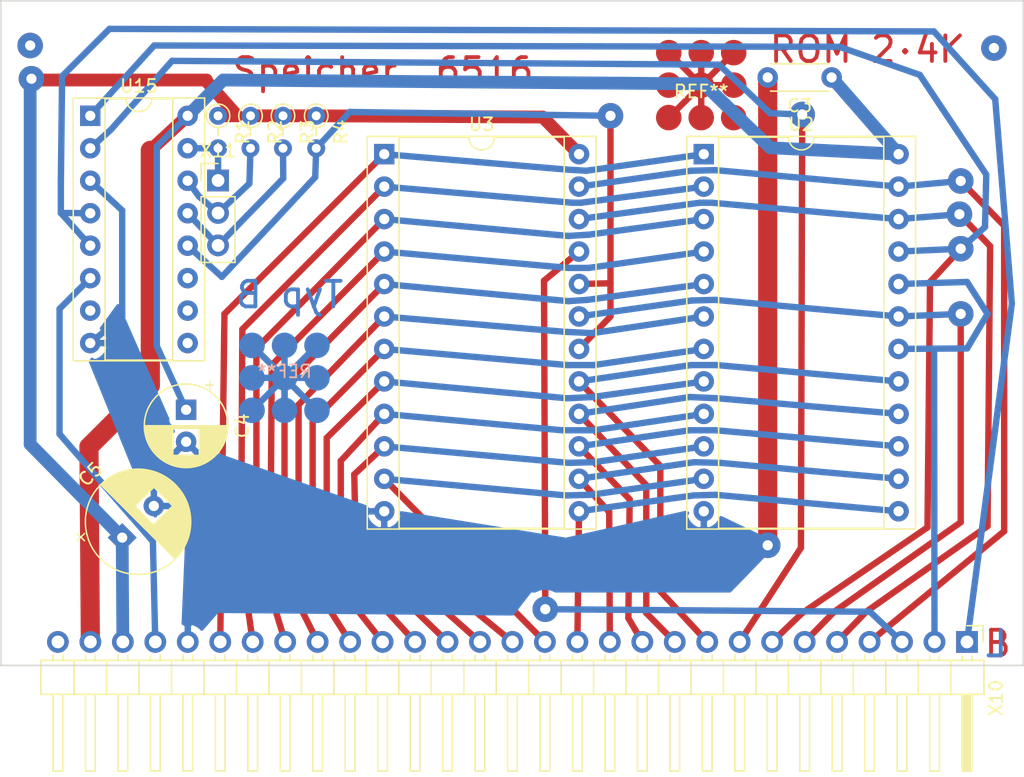
<source format=kicad_pcb>
(kicad_pcb (version 20171130) (host pcbnew 5.1.10)

  (general
    (thickness 1.6)
    (drawings 9)
    (tracks 210)
    (zones 0)
    (modules 14)
    (nets 38)
  )

  (page A4)
  (title_block
    (title "Speichermodul Typ B")
    (date 29.11.21)
    (rev 1)
    (company Jugend+Technik)
    (comment 1 Bert)
  )

  (layers
    (0 F.Cu signal)
    (31 B.Cu signal)
    (32 B.Adhes user)
    (33 F.Adhes user)
    (34 B.Paste user)
    (35 F.Paste user)
    (36 B.SilkS user)
    (37 F.SilkS user)
    (38 B.Mask user)
    (39 F.Mask user)
    (40 Dwgs.User user)
    (41 Cmts.User user)
    (42 Eco1.User user)
    (43 Eco2.User user)
    (44 Edge.Cuts user)
    (45 Margin user)
    (46 B.CrtYd user)
    (47 F.CrtYd user)
    (48 B.Fab user)
    (49 F.Fab user)
  )

  (setup
    (last_trace_width 0.5)
    (trace_clearance 0.2)
    (zone_clearance 0.508)
    (zone_45_only no)
    (trace_min 0.2)
    (via_size 2)
    (via_drill 0.8)
    (via_min_size 0.4)
    (via_min_drill 0.3)
    (uvia_size 0.3)
    (uvia_drill 0.1)
    (uvias_allowed no)
    (uvia_min_size 0.2)
    (uvia_min_drill 0.1)
    (edge_width 0.12)
    (segment_width 0.12)
    (pcb_text_width 0.3)
    (pcb_text_size 1.5 1.5)
    (mod_edge_width 0.12)
    (mod_text_size 1 1)
    (mod_text_width 0.15)
    (pad_size 1.524 1.524)
    (pad_drill 0.762)
    (pad_to_mask_clearance 0)
    (aux_axis_origin 0 0)
    (visible_elements FFFFFF7F)
    (pcbplotparams
      (layerselection 0x01000_ffffffff)
      (usegerberextensions false)
      (usegerberattributes true)
      (usegerberadvancedattributes true)
      (creategerberjobfile false)
      (excludeedgelayer true)
      (linewidth 0.100000)
      (plotframeref false)
      (viasonmask false)
      (mode 1)
      (useauxorigin false)
      (hpglpennumber 1)
      (hpglpenspeed 20)
      (hpglpendiameter 15.000000)
      (psnegative false)
      (psa4output false)
      (plotreference true)
      (plotvalue true)
      (plotinvisibletext false)
      (padsonsilk false)
      (subtractmaskfromsilk false)
      (outputformat 1)
      (mirror false)
      (drillshape 0)
      (scaleselection 1)
      (outputdirectory "output_gerber"))
  )

  (net 0 "")
  (net 1 GND)
  (net 2 +5P)
  (net 3 /A8)
  (net 4 /D2)
  (net 5 /A9)
  (net 6 /D1)
  (net 7 /D0)
  (net 8 ~CSB)
  (net 9 /A0)
  (net 10 /A10)
  (net 11 /A1)
  (net 12 /A2)
  (net 13 /D7)
  (net 14 /A3)
  (net 15 /D6)
  (net 16 /A4)
  (net 17 /D5)
  (net 18 /A5)
  (net 19 /D4)
  (net 20 /A6)
  (net 21 /D3)
  (net 22 /A7)
  (net 23 "Net-(U15-Pad7)")
  (net 24 R~W)
  (net 25 /~CSA)
  (net 26 "Net-(U15-Pad11)")
  (net 27 /A12)
  (net 28 "Net-(U15-Pad10)")
  (net 29 /A11)
  (net 30 "Net-(U15-Pad9)")
  (net 31 "Net-(X10-Pad29)")
  (net 32 U2)
  (net 33 "Net-(R1-Pad2)")
  (net 34 "Net-(R2-Pad2)")
  (net 35 "Net-(R3-Pad2)")
  (net 36 "Net-(R4-Pad2)")
  (net 37 U1)

  (net_class Default "Dies ist die voreingestellte Netzklasse."
    (clearance 0.2)
    (trace_width 0.5)
    (via_dia 2)
    (via_drill 0.8)
    (uvia_dia 0.3)
    (uvia_drill 0.1)
    (add_net +5P)
    (add_net /A0)
    (add_net /A1)
    (add_net /A10)
    (add_net /A11)
    (add_net /A12)
    (add_net /A2)
    (add_net /A3)
    (add_net /A4)
    (add_net /A5)
    (add_net /A6)
    (add_net /A7)
    (add_net /A8)
    (add_net /A9)
    (add_net /D0)
    (add_net /D1)
    (add_net /D2)
    (add_net /D3)
    (add_net /D4)
    (add_net /D5)
    (add_net /D6)
    (add_net /D7)
    (add_net /~CSA)
    (add_net GND)
    (add_net "Net-(R1-Pad2)")
    (add_net "Net-(R2-Pad2)")
    (add_net "Net-(R3-Pad2)")
    (add_net "Net-(R4-Pad2)")
    (add_net "Net-(U15-Pad10)")
    (add_net "Net-(U15-Pad11)")
    (add_net "Net-(U15-Pad7)")
    (add_net "Net-(U15-Pad9)")
    (add_net "Net-(X10-Pad29)")
    (add_net R~W)
    (add_net U1)
    (add_net U2)
    (add_net ~CSB)
  )

  (module Resistor_THT:R_Axial_DIN0204_L3.6mm_D1.6mm_P2.54mm_Vertical (layer F.Cu) (tedit 5AE5139B) (tstamp 61A539F7)
    (at 137.68 94 270)
    (descr "Resistor, Axial_DIN0204 series, Axial, Vertical, pin pitch=2.54mm, 0.167W, length*diameter=3.6*1.6mm^2, http://cdn-reichelt.de/documents/datenblatt/B400/1_4W%23YAG.pdf")
    (tags "Resistor Axial_DIN0204 series Axial Vertical pin pitch 2.54mm 0.167W length 3.6mm diameter 1.6mm")
    (path /61B9D21A)
    (fp_text reference R4 (at 1.27 -1.92 90) (layer F.SilkS)
      (effects (font (size 1 1) (thickness 0.15)))
    )
    (fp_text value 15k (at 1.27 1.92 90) (layer F.Fab)
      (effects (font (size 1 1) (thickness 0.15)))
    )
    (fp_text user %R (at 1.27 -1.92 90) (layer F.Fab)
      (effects (font (size 1 1) (thickness 0.15)))
    )
    (fp_circle (center 0 0) (end 0.8 0) (layer F.Fab) (width 0.1))
    (fp_circle (center 0 0) (end 0.92 0) (layer F.SilkS) (width 0.12))
    (fp_line (start 0 0) (end 2.54 0) (layer F.Fab) (width 0.1))
    (fp_line (start 0.92 0) (end 1.54 0) (layer F.SilkS) (width 0.12))
    (fp_line (start -1.05 -1.05) (end -1.05 1.05) (layer F.CrtYd) (width 0.05))
    (fp_line (start -1.05 1.05) (end 3.49 1.05) (layer F.CrtYd) (width 0.05))
    (fp_line (start 3.49 1.05) (end 3.49 -1.05) (layer F.CrtYd) (width 0.05))
    (fp_line (start 3.49 -1.05) (end -1.05 -1.05) (layer F.CrtYd) (width 0.05))
    (pad 2 thru_hole oval (at 2.54 0 270) (size 1.4 1.4) (drill 0.7) (layers *.Cu *.Mask)
      (net 36 "Net-(R4-Pad2)"))
    (pad 1 thru_hole circle (at 0 0 270) (size 1.4 1.4) (drill 0.7) (layers *.Cu *.Mask)
      (net 32 U2))
    (model ${KISYS3DMOD}/Resistor_THT.3dshapes/R_Axial_DIN0204_L3.6mm_D1.6mm_P2.54mm_Vertical.wrl
      (at (xyz 0 0 0))
      (scale (xyz 1 1 1))
      (rotate (xyz 0 0 0))
    )
  )

  (module Resistor_THT:R_Axial_DIN0204_L3.6mm_D1.6mm_P2.54mm_Vertical (layer F.Cu) (tedit 5AE5139B) (tstamp 61A539E0)
    (at 135.08 94 270)
    (descr "Resistor, Axial_DIN0204 series, Axial, Vertical, pin pitch=2.54mm, 0.167W, length*diameter=3.6*1.6mm^2, http://cdn-reichelt.de/documents/datenblatt/B400/1_4W%23YAG.pdf")
    (tags "Resistor Axial_DIN0204 series Axial Vertical pin pitch 2.54mm 0.167W length 3.6mm diameter 1.6mm")
    (path /61B9CE6B)
    (fp_text reference R3 (at 1.27 -1.92 90) (layer F.SilkS)
      (effects (font (size 1 1) (thickness 0.15)))
    )
    (fp_text value 15k (at 1.27 1.92 90) (layer F.Fab)
      (effects (font (size 1 1) (thickness 0.15)))
    )
    (fp_text user %R (at 1.27 -1.92 90) (layer F.Fab)
      (effects (font (size 1 1) (thickness 0.15)))
    )
    (fp_circle (center 0 0) (end 0.8 0) (layer F.Fab) (width 0.1))
    (fp_circle (center 0 0) (end 0.92 0) (layer F.SilkS) (width 0.12))
    (fp_line (start 0 0) (end 2.54 0) (layer F.Fab) (width 0.1))
    (fp_line (start 0.92 0) (end 1.54 0) (layer F.SilkS) (width 0.12))
    (fp_line (start -1.05 -1.05) (end -1.05 1.05) (layer F.CrtYd) (width 0.05))
    (fp_line (start -1.05 1.05) (end 3.49 1.05) (layer F.CrtYd) (width 0.05))
    (fp_line (start 3.49 1.05) (end 3.49 -1.05) (layer F.CrtYd) (width 0.05))
    (fp_line (start 3.49 -1.05) (end -1.05 -1.05) (layer F.CrtYd) (width 0.05))
    (pad 2 thru_hole oval (at 2.54 0 270) (size 1.4 1.4) (drill 0.7) (layers *.Cu *.Mask)
      (net 35 "Net-(R3-Pad2)"))
    (pad 1 thru_hole circle (at 0 0 270) (size 1.4 1.4) (drill 0.7) (layers *.Cu *.Mask)
      (net 32 U2))
    (model ${KISYS3DMOD}/Resistor_THT.3dshapes/R_Axial_DIN0204_L3.6mm_D1.6mm_P2.54mm_Vertical.wrl
      (at (xyz 0 0 0))
      (scale (xyz 1 1 1))
      (rotate (xyz 0 0 0))
    )
  )

  (module Resistor_THT:R_Axial_DIN0204_L3.6mm_D1.6mm_P2.54mm_Vertical (layer F.Cu) (tedit 5AE5139B) (tstamp 61A5FED2)
    (at 132.54 94 270)
    (descr "Resistor, Axial_DIN0204 series, Axial, Vertical, pin pitch=2.54mm, 0.167W, length*diameter=3.6*1.6mm^2, http://cdn-reichelt.de/documents/datenblatt/B400/1_4W%23YAG.pdf")
    (tags "Resistor Axial_DIN0204 series Axial Vertical pin pitch 2.54mm 0.167W length 3.6mm diameter 1.6mm")
    (path /61B9CCBB)
    (fp_text reference R2 (at 1.27 -1.92 90) (layer F.SilkS)
      (effects (font (size 1 1) (thickness 0.15)))
    )
    (fp_text value 15k (at 1.27 1.92 90) (layer F.Fab)
      (effects (font (size 1 1) (thickness 0.15)))
    )
    (fp_text user %R (at 1.27 -1.92 90) (layer F.Fab)
      (effects (font (size 1 1) (thickness 0.15)))
    )
    (fp_circle (center 0 0) (end 0.8 0) (layer F.Fab) (width 0.1))
    (fp_circle (center 0 0) (end 0.92 0) (layer F.SilkS) (width 0.12))
    (fp_line (start 0 0) (end 2.54 0) (layer F.Fab) (width 0.1))
    (fp_line (start 0.92 0) (end 1.54 0) (layer F.SilkS) (width 0.12))
    (fp_line (start -1.05 -1.05) (end -1.05 1.05) (layer F.CrtYd) (width 0.05))
    (fp_line (start -1.05 1.05) (end 3.49 1.05) (layer F.CrtYd) (width 0.05))
    (fp_line (start 3.49 1.05) (end 3.49 -1.05) (layer F.CrtYd) (width 0.05))
    (fp_line (start 3.49 -1.05) (end -1.05 -1.05) (layer F.CrtYd) (width 0.05))
    (pad 2 thru_hole oval (at 2.54 0 270) (size 1.4 1.4) (drill 0.7) (layers *.Cu *.Mask)
      (net 34 "Net-(R2-Pad2)"))
    (pad 1 thru_hole circle (at 0 0 270) (size 1.4 1.4) (drill 0.7) (layers *.Cu *.Mask)
      (net 32 U2))
    (model ${KISYS3DMOD}/Resistor_THT.3dshapes/R_Axial_DIN0204_L3.6mm_D1.6mm_P2.54mm_Vertical.wrl
      (at (xyz 0 0 0))
      (scale (xyz 1 1 1))
      (rotate (xyz 0 0 0))
    )
  )

  (module Resistor_THT:R_Axial_DIN0204_L3.6mm_D1.6mm_P2.54mm_Vertical (layer F.Cu) (tedit 5AE5139B) (tstamp 61A539B2)
    (at 130 94 270)
    (descr "Resistor, Axial_DIN0204 series, Axial, Vertical, pin pitch=2.54mm, 0.167W, length*diameter=3.6*1.6mm^2, http://cdn-reichelt.de/documents/datenblatt/B400/1_4W%23YAG.pdf")
    (tags "Resistor Axial_DIN0204 series Axial Vertical pin pitch 2.54mm 0.167W length 3.6mm diameter 1.6mm")
    (path /61B9C99A)
    (fp_text reference R1 (at 1.27 -1.92 90) (layer F.SilkS)
      (effects (font (size 1 1) (thickness 0.15)))
    )
    (fp_text value 15k (at 1.27 1.92 90) (layer F.Fab)
      (effects (font (size 1 1) (thickness 0.15)))
    )
    (fp_text user %R (at 1.27 -1.92 90) (layer F.Fab)
      (effects (font (size 1 1) (thickness 0.15)))
    )
    (fp_circle (center 0 0) (end 0.8 0) (layer F.Fab) (width 0.1))
    (fp_circle (center 0 0) (end 0.92 0) (layer F.SilkS) (width 0.12))
    (fp_line (start 0 0) (end 2.54 0) (layer F.Fab) (width 0.1))
    (fp_line (start 0.92 0) (end 1.54 0) (layer F.SilkS) (width 0.12))
    (fp_line (start -1.05 -1.05) (end -1.05 1.05) (layer F.CrtYd) (width 0.05))
    (fp_line (start -1.05 1.05) (end 3.49 1.05) (layer F.CrtYd) (width 0.05))
    (fp_line (start 3.49 1.05) (end 3.49 -1.05) (layer F.CrtYd) (width 0.05))
    (fp_line (start 3.49 -1.05) (end -1.05 -1.05) (layer F.CrtYd) (width 0.05))
    (pad 2 thru_hole oval (at 2.54 0 270) (size 1.4 1.4) (drill 0.7) (layers *.Cu *.Mask)
      (net 33 "Net-(R1-Pad2)"))
    (pad 1 thru_hole circle (at 0 0 270) (size 1.4 1.4) (drill 0.7) (layers *.Cu *.Mask)
      (net 32 U2))
    (model ${KISYS3DMOD}/Resistor_THT.3dshapes/R_Axial_DIN0204_L3.6mm_D1.6mm_P2.54mm_Vertical.wrl
      (at (xyz 0 0 0))
      (scale (xyz 1 1 1))
      (rotate (xyz 0 0 0))
    )
  )

  (module Tiny2k_Bauteile:jute_pcb_logo (layer B.Cu) (tedit 61A4582B) (tstamp 61A63243)
    (at 135.2 114.5)
    (fp_text reference REF** (at 0 -0.5) (layer B.SilkS)
      (effects (font (size 1 1) (thickness 0.15)) (justify mirror))
    )
    (fp_text value jute_pcb_logo (at 0 0.5) (layer B.Fab)
      (effects (font (size 1 1) (thickness 0.15)) (justify mirror))
    )
    (pad 2 smd rect (at 0 0 225) (size 0.5 7) (layers B.Cu B.Paste B.Mask))
    (pad 2 smd rect (at 0 0 315) (size 0.5 7) (layers B.Cu B.Paste B.Mask))
    (pad 2 smd rect (at 0 0 270) (size 0.5 5.08) (layers B.Cu B.Paste B.Mask))
    (pad 2 smd rect (at 0 0) (size 0.5 5.08) (layers B.Cu B.Paste B.Mask))
    (pad 1 smd circle (at -2.54 0) (size 2 2) (layers B.Cu B.Paste B.Mask))
    (pad 1 smd circle (at -2.54 -2.54) (size 2 2) (layers B.Cu B.Paste B.Mask))
    (pad 1 smd circle (at 0 -2.54) (size 2 2) (layers B.Cu B.Paste B.Mask))
    (pad 1 smd circle (at 2.54 -2.54) (size 2 2) (layers B.Cu B.Paste B.Mask))
    (pad 1 smd circle (at 2.54 0) (size 2 2) (layers B.Cu B.Paste B.Mask))
    (pad 1 smd circle (at 2.54 2.54) (size 2 2) (layers B.Cu B.Paste B.Mask))
    (pad 1 smd circle (at 0 2.54) (size 2 2) (layers B.Cu B.Paste B.Mask))
    (pad 1 smd circle (at -2.54 2.54) (size 2 2) (layers B.Cu B.Paste B.Mask))
    (pad 1 smd circle (at 0 0) (size 2 2) (layers B.Cu B.Paste B.Mask))
  )

  (module Tiny2k_Bauteile:jute_pcb_logo (layer F.Cu) (tedit 61A4582B) (tstamp 61A631EE)
    (at 167.8 91.6)
    (fp_text reference REF** (at 0 0.5) (layer F.SilkS)
      (effects (font (size 1 1) (thickness 0.15)))
    )
    (fp_text value jute_pcb_logo (at 0 -0.5) (layer F.Fab)
      (effects (font (size 1 1) (thickness 0.15)))
    )
    (pad 2 smd rect (at 0 0 135) (size 0.5 7) (layers F.Cu F.Paste F.Mask))
    (pad 2 smd rect (at 0 0 45) (size 0.5 7) (layers F.Cu F.Paste F.Mask))
    (pad 2 smd rect (at 0 0 90) (size 0.5 5.08) (layers F.Cu F.Paste F.Mask))
    (pad 2 smd rect (at 0 0) (size 0.5 5.08) (layers F.Cu F.Paste F.Mask))
    (pad 1 smd circle (at -2.54 0) (size 2 2) (layers F.Cu F.Paste F.Mask))
    (pad 1 smd circle (at -2.54 2.54) (size 2 2) (layers F.Cu F.Paste F.Mask))
    (pad 1 smd circle (at 0 2.54) (size 2 2) (layers F.Cu F.Paste F.Mask))
    (pad 1 smd circle (at 2.54 2.54) (size 2 2) (layers F.Cu F.Paste F.Mask))
    (pad 1 smd circle (at 2.54 0) (size 2 2) (layers F.Cu F.Paste F.Mask))
    (pad 1 smd circle (at 2.54 -2.54) (size 2 2) (layers F.Cu F.Paste F.Mask))
    (pad 1 smd circle (at 0 -2.54) (size 2 2) (layers F.Cu F.Paste F.Mask))
    (pad 1 smd circle (at -2.54 -2.54) (size 2 2) (layers F.Cu F.Paste F.Mask))
    (pad 1 smd circle (at 0 0) (size 2 2) (layers F.Cu F.Paste F.Mask))
  )

  (module Capacitor_THT:CP_Radial_D6.3mm_P2.50mm (layer F.Cu) (tedit 5AE50EF0) (tstamp 61A5BC32)
    (at 127.5 117 270)
    (descr "CP, Radial series, Radial, pin pitch=2.50mm, , diameter=6.3mm, Electrolytic Capacitor")
    (tags "CP Radial series Radial pin pitch 2.50mm  diameter 6.3mm Electrolytic Capacitor")
    (path /6128318F)
    (fp_text reference C4 (at 1.25 -4.4 90) (layer F.SilkS)
      (effects (font (size 1 1) (thickness 0.15)))
    )
    (fp_text value 22µF/10V (at 1.25 4.4 90) (layer F.Fab)
      (effects (font (size 1 1) (thickness 0.15)))
    )
    (fp_text user %R (at 1.25 0 90) (layer F.Fab)
      (effects (font (size 1 1) (thickness 0.15)))
    )
    (fp_circle (center 1.25 0) (end 4.4 0) (layer F.Fab) (width 0.1))
    (fp_circle (center 1.25 0) (end 4.52 0) (layer F.SilkS) (width 0.12))
    (fp_circle (center 1.25 0) (end 4.65 0) (layer F.CrtYd) (width 0.05))
    (fp_line (start -1.443972 -1.3735) (end -0.813972 -1.3735) (layer F.Fab) (width 0.1))
    (fp_line (start -1.128972 -1.6885) (end -1.128972 -1.0585) (layer F.Fab) (width 0.1))
    (fp_line (start 1.25 -3.23) (end 1.25 3.23) (layer F.SilkS) (width 0.12))
    (fp_line (start 1.29 -3.23) (end 1.29 3.23) (layer F.SilkS) (width 0.12))
    (fp_line (start 1.33 -3.23) (end 1.33 3.23) (layer F.SilkS) (width 0.12))
    (fp_line (start 1.37 -3.228) (end 1.37 3.228) (layer F.SilkS) (width 0.12))
    (fp_line (start 1.41 -3.227) (end 1.41 3.227) (layer F.SilkS) (width 0.12))
    (fp_line (start 1.45 -3.224) (end 1.45 3.224) (layer F.SilkS) (width 0.12))
    (fp_line (start 1.49 -3.222) (end 1.49 -1.04) (layer F.SilkS) (width 0.12))
    (fp_line (start 1.49 1.04) (end 1.49 3.222) (layer F.SilkS) (width 0.12))
    (fp_line (start 1.53 -3.218) (end 1.53 -1.04) (layer F.SilkS) (width 0.12))
    (fp_line (start 1.53 1.04) (end 1.53 3.218) (layer F.SilkS) (width 0.12))
    (fp_line (start 1.57 -3.215) (end 1.57 -1.04) (layer F.SilkS) (width 0.12))
    (fp_line (start 1.57 1.04) (end 1.57 3.215) (layer F.SilkS) (width 0.12))
    (fp_line (start 1.61 -3.211) (end 1.61 -1.04) (layer F.SilkS) (width 0.12))
    (fp_line (start 1.61 1.04) (end 1.61 3.211) (layer F.SilkS) (width 0.12))
    (fp_line (start 1.65 -3.206) (end 1.65 -1.04) (layer F.SilkS) (width 0.12))
    (fp_line (start 1.65 1.04) (end 1.65 3.206) (layer F.SilkS) (width 0.12))
    (fp_line (start 1.69 -3.201) (end 1.69 -1.04) (layer F.SilkS) (width 0.12))
    (fp_line (start 1.69 1.04) (end 1.69 3.201) (layer F.SilkS) (width 0.12))
    (fp_line (start 1.73 -3.195) (end 1.73 -1.04) (layer F.SilkS) (width 0.12))
    (fp_line (start 1.73 1.04) (end 1.73 3.195) (layer F.SilkS) (width 0.12))
    (fp_line (start 1.77 -3.189) (end 1.77 -1.04) (layer F.SilkS) (width 0.12))
    (fp_line (start 1.77 1.04) (end 1.77 3.189) (layer F.SilkS) (width 0.12))
    (fp_line (start 1.81 -3.182) (end 1.81 -1.04) (layer F.SilkS) (width 0.12))
    (fp_line (start 1.81 1.04) (end 1.81 3.182) (layer F.SilkS) (width 0.12))
    (fp_line (start 1.85 -3.175) (end 1.85 -1.04) (layer F.SilkS) (width 0.12))
    (fp_line (start 1.85 1.04) (end 1.85 3.175) (layer F.SilkS) (width 0.12))
    (fp_line (start 1.89 -3.167) (end 1.89 -1.04) (layer F.SilkS) (width 0.12))
    (fp_line (start 1.89 1.04) (end 1.89 3.167) (layer F.SilkS) (width 0.12))
    (fp_line (start 1.93 -3.159) (end 1.93 -1.04) (layer F.SilkS) (width 0.12))
    (fp_line (start 1.93 1.04) (end 1.93 3.159) (layer F.SilkS) (width 0.12))
    (fp_line (start 1.971 -3.15) (end 1.971 -1.04) (layer F.SilkS) (width 0.12))
    (fp_line (start 1.971 1.04) (end 1.971 3.15) (layer F.SilkS) (width 0.12))
    (fp_line (start 2.011 -3.141) (end 2.011 -1.04) (layer F.SilkS) (width 0.12))
    (fp_line (start 2.011 1.04) (end 2.011 3.141) (layer F.SilkS) (width 0.12))
    (fp_line (start 2.051 -3.131) (end 2.051 -1.04) (layer F.SilkS) (width 0.12))
    (fp_line (start 2.051 1.04) (end 2.051 3.131) (layer F.SilkS) (width 0.12))
    (fp_line (start 2.091 -3.121) (end 2.091 -1.04) (layer F.SilkS) (width 0.12))
    (fp_line (start 2.091 1.04) (end 2.091 3.121) (layer F.SilkS) (width 0.12))
    (fp_line (start 2.131 -3.11) (end 2.131 -1.04) (layer F.SilkS) (width 0.12))
    (fp_line (start 2.131 1.04) (end 2.131 3.11) (layer F.SilkS) (width 0.12))
    (fp_line (start 2.171 -3.098) (end 2.171 -1.04) (layer F.SilkS) (width 0.12))
    (fp_line (start 2.171 1.04) (end 2.171 3.098) (layer F.SilkS) (width 0.12))
    (fp_line (start 2.211 -3.086) (end 2.211 -1.04) (layer F.SilkS) (width 0.12))
    (fp_line (start 2.211 1.04) (end 2.211 3.086) (layer F.SilkS) (width 0.12))
    (fp_line (start 2.251 -3.074) (end 2.251 -1.04) (layer F.SilkS) (width 0.12))
    (fp_line (start 2.251 1.04) (end 2.251 3.074) (layer F.SilkS) (width 0.12))
    (fp_line (start 2.291 -3.061) (end 2.291 -1.04) (layer F.SilkS) (width 0.12))
    (fp_line (start 2.291 1.04) (end 2.291 3.061) (layer F.SilkS) (width 0.12))
    (fp_line (start 2.331 -3.047) (end 2.331 -1.04) (layer F.SilkS) (width 0.12))
    (fp_line (start 2.331 1.04) (end 2.331 3.047) (layer F.SilkS) (width 0.12))
    (fp_line (start 2.371 -3.033) (end 2.371 -1.04) (layer F.SilkS) (width 0.12))
    (fp_line (start 2.371 1.04) (end 2.371 3.033) (layer F.SilkS) (width 0.12))
    (fp_line (start 2.411 -3.018) (end 2.411 -1.04) (layer F.SilkS) (width 0.12))
    (fp_line (start 2.411 1.04) (end 2.411 3.018) (layer F.SilkS) (width 0.12))
    (fp_line (start 2.451 -3.002) (end 2.451 -1.04) (layer F.SilkS) (width 0.12))
    (fp_line (start 2.451 1.04) (end 2.451 3.002) (layer F.SilkS) (width 0.12))
    (fp_line (start 2.491 -2.986) (end 2.491 -1.04) (layer F.SilkS) (width 0.12))
    (fp_line (start 2.491 1.04) (end 2.491 2.986) (layer F.SilkS) (width 0.12))
    (fp_line (start 2.531 -2.97) (end 2.531 -1.04) (layer F.SilkS) (width 0.12))
    (fp_line (start 2.531 1.04) (end 2.531 2.97) (layer F.SilkS) (width 0.12))
    (fp_line (start 2.571 -2.952) (end 2.571 -1.04) (layer F.SilkS) (width 0.12))
    (fp_line (start 2.571 1.04) (end 2.571 2.952) (layer F.SilkS) (width 0.12))
    (fp_line (start 2.611 -2.934) (end 2.611 -1.04) (layer F.SilkS) (width 0.12))
    (fp_line (start 2.611 1.04) (end 2.611 2.934) (layer F.SilkS) (width 0.12))
    (fp_line (start 2.651 -2.916) (end 2.651 -1.04) (layer F.SilkS) (width 0.12))
    (fp_line (start 2.651 1.04) (end 2.651 2.916) (layer F.SilkS) (width 0.12))
    (fp_line (start 2.691 -2.896) (end 2.691 -1.04) (layer F.SilkS) (width 0.12))
    (fp_line (start 2.691 1.04) (end 2.691 2.896) (layer F.SilkS) (width 0.12))
    (fp_line (start 2.731 -2.876) (end 2.731 -1.04) (layer F.SilkS) (width 0.12))
    (fp_line (start 2.731 1.04) (end 2.731 2.876) (layer F.SilkS) (width 0.12))
    (fp_line (start 2.771 -2.856) (end 2.771 -1.04) (layer F.SilkS) (width 0.12))
    (fp_line (start 2.771 1.04) (end 2.771 2.856) (layer F.SilkS) (width 0.12))
    (fp_line (start 2.811 -2.834) (end 2.811 -1.04) (layer F.SilkS) (width 0.12))
    (fp_line (start 2.811 1.04) (end 2.811 2.834) (layer F.SilkS) (width 0.12))
    (fp_line (start 2.851 -2.812) (end 2.851 -1.04) (layer F.SilkS) (width 0.12))
    (fp_line (start 2.851 1.04) (end 2.851 2.812) (layer F.SilkS) (width 0.12))
    (fp_line (start 2.891 -2.79) (end 2.891 -1.04) (layer F.SilkS) (width 0.12))
    (fp_line (start 2.891 1.04) (end 2.891 2.79) (layer F.SilkS) (width 0.12))
    (fp_line (start 2.931 -2.766) (end 2.931 -1.04) (layer F.SilkS) (width 0.12))
    (fp_line (start 2.931 1.04) (end 2.931 2.766) (layer F.SilkS) (width 0.12))
    (fp_line (start 2.971 -2.742) (end 2.971 -1.04) (layer F.SilkS) (width 0.12))
    (fp_line (start 2.971 1.04) (end 2.971 2.742) (layer F.SilkS) (width 0.12))
    (fp_line (start 3.011 -2.716) (end 3.011 -1.04) (layer F.SilkS) (width 0.12))
    (fp_line (start 3.011 1.04) (end 3.011 2.716) (layer F.SilkS) (width 0.12))
    (fp_line (start 3.051 -2.69) (end 3.051 -1.04) (layer F.SilkS) (width 0.12))
    (fp_line (start 3.051 1.04) (end 3.051 2.69) (layer F.SilkS) (width 0.12))
    (fp_line (start 3.091 -2.664) (end 3.091 -1.04) (layer F.SilkS) (width 0.12))
    (fp_line (start 3.091 1.04) (end 3.091 2.664) (layer F.SilkS) (width 0.12))
    (fp_line (start 3.131 -2.636) (end 3.131 -1.04) (layer F.SilkS) (width 0.12))
    (fp_line (start 3.131 1.04) (end 3.131 2.636) (layer F.SilkS) (width 0.12))
    (fp_line (start 3.171 -2.607) (end 3.171 -1.04) (layer F.SilkS) (width 0.12))
    (fp_line (start 3.171 1.04) (end 3.171 2.607) (layer F.SilkS) (width 0.12))
    (fp_line (start 3.211 -2.578) (end 3.211 -1.04) (layer F.SilkS) (width 0.12))
    (fp_line (start 3.211 1.04) (end 3.211 2.578) (layer F.SilkS) (width 0.12))
    (fp_line (start 3.251 -2.548) (end 3.251 -1.04) (layer F.SilkS) (width 0.12))
    (fp_line (start 3.251 1.04) (end 3.251 2.548) (layer F.SilkS) (width 0.12))
    (fp_line (start 3.291 -2.516) (end 3.291 -1.04) (layer F.SilkS) (width 0.12))
    (fp_line (start 3.291 1.04) (end 3.291 2.516) (layer F.SilkS) (width 0.12))
    (fp_line (start 3.331 -2.484) (end 3.331 -1.04) (layer F.SilkS) (width 0.12))
    (fp_line (start 3.331 1.04) (end 3.331 2.484) (layer F.SilkS) (width 0.12))
    (fp_line (start 3.371 -2.45) (end 3.371 -1.04) (layer F.SilkS) (width 0.12))
    (fp_line (start 3.371 1.04) (end 3.371 2.45) (layer F.SilkS) (width 0.12))
    (fp_line (start 3.411 -2.416) (end 3.411 -1.04) (layer F.SilkS) (width 0.12))
    (fp_line (start 3.411 1.04) (end 3.411 2.416) (layer F.SilkS) (width 0.12))
    (fp_line (start 3.451 -2.38) (end 3.451 -1.04) (layer F.SilkS) (width 0.12))
    (fp_line (start 3.451 1.04) (end 3.451 2.38) (layer F.SilkS) (width 0.12))
    (fp_line (start 3.491 -2.343) (end 3.491 -1.04) (layer F.SilkS) (width 0.12))
    (fp_line (start 3.491 1.04) (end 3.491 2.343) (layer F.SilkS) (width 0.12))
    (fp_line (start 3.531 -2.305) (end 3.531 -1.04) (layer F.SilkS) (width 0.12))
    (fp_line (start 3.531 1.04) (end 3.531 2.305) (layer F.SilkS) (width 0.12))
    (fp_line (start 3.571 -2.265) (end 3.571 2.265) (layer F.SilkS) (width 0.12))
    (fp_line (start 3.611 -2.224) (end 3.611 2.224) (layer F.SilkS) (width 0.12))
    (fp_line (start 3.651 -2.182) (end 3.651 2.182) (layer F.SilkS) (width 0.12))
    (fp_line (start 3.691 -2.137) (end 3.691 2.137) (layer F.SilkS) (width 0.12))
    (fp_line (start 3.731 -2.092) (end 3.731 2.092) (layer F.SilkS) (width 0.12))
    (fp_line (start 3.771 -2.044) (end 3.771 2.044) (layer F.SilkS) (width 0.12))
    (fp_line (start 3.811 -1.995) (end 3.811 1.995) (layer F.SilkS) (width 0.12))
    (fp_line (start 3.851 -1.944) (end 3.851 1.944) (layer F.SilkS) (width 0.12))
    (fp_line (start 3.891 -1.89) (end 3.891 1.89) (layer F.SilkS) (width 0.12))
    (fp_line (start 3.931 -1.834) (end 3.931 1.834) (layer F.SilkS) (width 0.12))
    (fp_line (start 3.971 -1.776) (end 3.971 1.776) (layer F.SilkS) (width 0.12))
    (fp_line (start 4.011 -1.714) (end 4.011 1.714) (layer F.SilkS) (width 0.12))
    (fp_line (start 4.051 -1.65) (end 4.051 1.65) (layer F.SilkS) (width 0.12))
    (fp_line (start 4.091 -1.581) (end 4.091 1.581) (layer F.SilkS) (width 0.12))
    (fp_line (start 4.131 -1.509) (end 4.131 1.509) (layer F.SilkS) (width 0.12))
    (fp_line (start 4.171 -1.432) (end 4.171 1.432) (layer F.SilkS) (width 0.12))
    (fp_line (start 4.211 -1.35) (end 4.211 1.35) (layer F.SilkS) (width 0.12))
    (fp_line (start 4.251 -1.262) (end 4.251 1.262) (layer F.SilkS) (width 0.12))
    (fp_line (start 4.291 -1.165) (end 4.291 1.165) (layer F.SilkS) (width 0.12))
    (fp_line (start 4.331 -1.059) (end 4.331 1.059) (layer F.SilkS) (width 0.12))
    (fp_line (start 4.371 -0.94) (end 4.371 0.94) (layer F.SilkS) (width 0.12))
    (fp_line (start 4.411 -0.802) (end 4.411 0.802) (layer F.SilkS) (width 0.12))
    (fp_line (start 4.451 -0.633) (end 4.451 0.633) (layer F.SilkS) (width 0.12))
    (fp_line (start 4.491 -0.402) (end 4.491 0.402) (layer F.SilkS) (width 0.12))
    (fp_line (start -2.250241 -1.839) (end -1.620241 -1.839) (layer F.SilkS) (width 0.12))
    (fp_line (start -1.935241 -2.154) (end -1.935241 -1.524) (layer F.SilkS) (width 0.12))
    (pad 2 thru_hole circle (at 2.5 0 270) (size 1.6 1.6) (drill 0.8) (layers *.Cu *.Mask)
      (net 1 GND))
    (pad 1 thru_hole rect (at 0 0 270) (size 1.6 1.6) (drill 0.8) (layers *.Cu *.Mask)
      (net 2 +5P))
    (model ${KISYS3DMOD}/Capacitor_THT.3dshapes/CP_Radial_D6.3mm_P2.50mm.wrl
      (at (xyz 0 0 0))
      (scale (xyz 1 1 1))
      (rotate (xyz 0 0 0))
    )
  )

  (module Capacitor_THT:C_Disc_D4.3mm_W1.9mm_P5.00mm (layer F.Cu) (tedit 5AE50EF0) (tstamp 61A5BB89)
    (at 178 91 180)
    (descr "C, Disc series, Radial, pin pitch=5.00mm, , diameter*width=4.3*1.9mm^2, Capacitor, http://www.vishay.com/docs/45233/krseries.pdf")
    (tags "C Disc series Radial pin pitch 5.00mm  diameter 4.3mm width 1.9mm Capacitor")
    (path /61A96E83)
    (fp_text reference C3 (at 2.5 -2.2) (layer F.SilkS)
      (effects (font (size 1 1) (thickness 0.15)))
    )
    (fp_text value 22nF (at 2.5 2.2) (layer F.Fab)
      (effects (font (size 1 1) (thickness 0.15)))
    )
    (fp_text user %R (at 2.5 0) (layer F.Fab)
      (effects (font (size 0.86 0.86) (thickness 0.129)))
    )
    (fp_line (start 0.35 -0.95) (end 0.35 0.95) (layer F.Fab) (width 0.1))
    (fp_line (start 0.35 0.95) (end 4.65 0.95) (layer F.Fab) (width 0.1))
    (fp_line (start 4.65 0.95) (end 4.65 -0.95) (layer F.Fab) (width 0.1))
    (fp_line (start 4.65 -0.95) (end 0.35 -0.95) (layer F.Fab) (width 0.1))
    (fp_line (start 0.23 -1.07) (end 4.77 -1.07) (layer F.SilkS) (width 0.12))
    (fp_line (start 0.23 1.07) (end 4.77 1.07) (layer F.SilkS) (width 0.12))
    (fp_line (start 0.23 -1.07) (end 0.23 -1.055) (layer F.SilkS) (width 0.12))
    (fp_line (start 0.23 1.055) (end 0.23 1.07) (layer F.SilkS) (width 0.12))
    (fp_line (start 4.77 -1.07) (end 4.77 -1.055) (layer F.SilkS) (width 0.12))
    (fp_line (start 4.77 1.055) (end 4.77 1.07) (layer F.SilkS) (width 0.12))
    (fp_line (start -1.05 -1.2) (end -1.05 1.2) (layer F.CrtYd) (width 0.05))
    (fp_line (start -1.05 1.2) (end 6.05 1.2) (layer F.CrtYd) (width 0.05))
    (fp_line (start 6.05 1.2) (end 6.05 -1.2) (layer F.CrtYd) (width 0.05))
    (fp_line (start 6.05 -1.2) (end -1.05 -1.2) (layer F.CrtYd) (width 0.05))
    (pad 2 thru_hole circle (at 5 0 180) (size 1.6 1.6) (drill 0.8) (layers *.Cu *.Mask)
      (net 1 GND))
    (pad 1 thru_hole circle (at 0 0 180) (size 1.6 1.6) (drill 0.8) (layers *.Cu *.Mask)
      (net 2 +5P))
    (model ${KISYS3DMOD}/Capacitor_THT.3dshapes/C_Disc_D4.3mm_W1.9mm_P5.00mm.wrl
      (at (xyz 0 0 0))
      (scale (xyz 1 1 1))
      (rotate (xyz 0 0 0))
    )
  )

  (module Connector_PinHeader_2.54mm:PinHeader_1x03_P2.54mm_Vertical (layer F.Cu) (tedit 59FED5CC) (tstamp 61A53DEE)
    (at 130 99.06)
    (descr "Through hole straight pin header, 1x03, 2.54mm pitch, single row")
    (tags "Through hole pin header THT 1x03 2.54mm single row")
    (path /61AA1115)
    (fp_text reference X11 (at 0 -2.33) (layer F.SilkS)
      (effects (font (size 1 1) (thickness 0.15)))
    )
    (fp_text value selects (at 0 7.41) (layer F.Fab)
      (effects (font (size 1 1) (thickness 0.15)))
    )
    (fp_text user %R (at 0 2.54 90) (layer F.Fab)
      (effects (font (size 1 1) (thickness 0.15)))
    )
    (fp_line (start -0.635 -1.27) (end 1.27 -1.27) (layer F.Fab) (width 0.1))
    (fp_line (start 1.27 -1.27) (end 1.27 6.35) (layer F.Fab) (width 0.1))
    (fp_line (start 1.27 6.35) (end -1.27 6.35) (layer F.Fab) (width 0.1))
    (fp_line (start -1.27 6.35) (end -1.27 -0.635) (layer F.Fab) (width 0.1))
    (fp_line (start -1.27 -0.635) (end -0.635 -1.27) (layer F.Fab) (width 0.1))
    (fp_line (start -1.33 6.41) (end 1.33 6.41) (layer F.SilkS) (width 0.12))
    (fp_line (start -1.33 1.27) (end -1.33 6.41) (layer F.SilkS) (width 0.12))
    (fp_line (start 1.33 1.27) (end 1.33 6.41) (layer F.SilkS) (width 0.12))
    (fp_line (start -1.33 1.27) (end 1.33 1.27) (layer F.SilkS) (width 0.12))
    (fp_line (start -1.33 0) (end -1.33 -1.33) (layer F.SilkS) (width 0.12))
    (fp_line (start -1.33 -1.33) (end 0 -1.33) (layer F.SilkS) (width 0.12))
    (fp_line (start -1.8 -1.8) (end -1.8 6.85) (layer F.CrtYd) (width 0.05))
    (fp_line (start -1.8 6.85) (end 1.8 6.85) (layer F.CrtYd) (width 0.05))
    (fp_line (start 1.8 6.85) (end 1.8 -1.8) (layer F.CrtYd) (width 0.05))
    (fp_line (start 1.8 -1.8) (end -1.8 -1.8) (layer F.CrtYd) (width 0.05))
    (pad 3 thru_hole oval (at 0 5.08) (size 1.7 1.7) (drill 1) (layers *.Cu *.Mask)
      (net 35 "Net-(R3-Pad2)"))
    (pad 2 thru_hole oval (at 0 2.54) (size 1.7 1.7) (drill 1) (layers *.Cu *.Mask)
      (net 34 "Net-(R2-Pad2)"))
    (pad 1 thru_hole rect (at 0 0) (size 1.7 1.7) (drill 1) (layers *.Cu *.Mask)
      (net 33 "Net-(R1-Pad2)"))
    (model ${KISYS3DMOD}/Connector_PinHeader_2.54mm.3dshapes/PinHeader_1x03_P2.54mm_Vertical.wrl
      (at (xyz 0 0 0))
      (scale (xyz 1 1 1))
      (rotate (xyz 0 0 0))
    )
  )

  (module Package_DIP:DIP-24_W15.24mm_Socket (layer F.Cu) (tedit 5A02E8C5) (tstamp 61A53A5F)
    (at 143 97)
    (descr "24-lead though-hole mounted DIP package, row spacing 15.24 mm (600 mils), Socket")
    (tags "THT DIP DIL PDIP 2.54mm 15.24mm 600mil Socket")
    (path /61ACA82E)
    (fp_text reference U3 (at 7.62 -2.33) (layer F.SilkS)
      (effects (font (size 1 1) (thickness 0.15)))
    )
    (fp_text value U6516D (at 7.62 30.27) (layer F.Fab)
      (effects (font (size 1 1) (thickness 0.15)))
    )
    (fp_text user %R (at 7.62 13.97) (layer F.Fab)
      (effects (font (size 1 1) (thickness 0.15)))
    )
    (fp_arc (start 7.62 -1.33) (end 6.62 -1.33) (angle -180) (layer F.SilkS) (width 0.12))
    (fp_line (start 1.255 -1.27) (end 14.985 -1.27) (layer F.Fab) (width 0.1))
    (fp_line (start 14.985 -1.27) (end 14.985 29.21) (layer F.Fab) (width 0.1))
    (fp_line (start 14.985 29.21) (end 0.255 29.21) (layer F.Fab) (width 0.1))
    (fp_line (start 0.255 29.21) (end 0.255 -0.27) (layer F.Fab) (width 0.1))
    (fp_line (start 0.255 -0.27) (end 1.255 -1.27) (layer F.Fab) (width 0.1))
    (fp_line (start -1.27 -1.33) (end -1.27 29.27) (layer F.Fab) (width 0.1))
    (fp_line (start -1.27 29.27) (end 16.51 29.27) (layer F.Fab) (width 0.1))
    (fp_line (start 16.51 29.27) (end 16.51 -1.33) (layer F.Fab) (width 0.1))
    (fp_line (start 16.51 -1.33) (end -1.27 -1.33) (layer F.Fab) (width 0.1))
    (fp_line (start 6.62 -1.33) (end 1.16 -1.33) (layer F.SilkS) (width 0.12))
    (fp_line (start 1.16 -1.33) (end 1.16 29.27) (layer F.SilkS) (width 0.12))
    (fp_line (start 1.16 29.27) (end 14.08 29.27) (layer F.SilkS) (width 0.12))
    (fp_line (start 14.08 29.27) (end 14.08 -1.33) (layer F.SilkS) (width 0.12))
    (fp_line (start 14.08 -1.33) (end 8.62 -1.33) (layer F.SilkS) (width 0.12))
    (fp_line (start -1.33 -1.39) (end -1.33 29.33) (layer F.SilkS) (width 0.12))
    (fp_line (start -1.33 29.33) (end 16.57 29.33) (layer F.SilkS) (width 0.12))
    (fp_line (start 16.57 29.33) (end 16.57 -1.39) (layer F.SilkS) (width 0.12))
    (fp_line (start 16.57 -1.39) (end -1.33 -1.39) (layer F.SilkS) (width 0.12))
    (fp_line (start -1.55 -1.6) (end -1.55 29.55) (layer F.CrtYd) (width 0.05))
    (fp_line (start -1.55 29.55) (end 16.8 29.55) (layer F.CrtYd) (width 0.05))
    (fp_line (start 16.8 29.55) (end 16.8 -1.6) (layer F.CrtYd) (width 0.05))
    (fp_line (start 16.8 -1.6) (end -1.55 -1.6) (layer F.CrtYd) (width 0.05))
    (pad 24 thru_hole oval (at 15.24 0) (size 1.6 1.6) (drill 0.8) (layers *.Cu *.Mask)
      (net 32 U2))
    (pad 12 thru_hole oval (at 0 27.94) (size 1.6 1.6) (drill 0.8) (layers *.Cu *.Mask)
      (net 1 GND))
    (pad 23 thru_hole oval (at 15.24 2.54) (size 1.6 1.6) (drill 0.8) (layers *.Cu *.Mask)
      (net 3 /A8))
    (pad 11 thru_hole oval (at 0 25.4) (size 1.6 1.6) (drill 0.8) (layers *.Cu *.Mask)
      (net 4 /D2))
    (pad 22 thru_hole oval (at 15.24 5.08) (size 1.6 1.6) (drill 0.8) (layers *.Cu *.Mask)
      (net 5 /A9))
    (pad 10 thru_hole oval (at 0 22.86) (size 1.6 1.6) (drill 0.8) (layers *.Cu *.Mask)
      (net 6 /D1))
    (pad 21 thru_hole oval (at 15.24 7.62) (size 1.6 1.6) (drill 0.8) (layers *.Cu *.Mask)
      (net 24 R~W))
    (pad 9 thru_hole oval (at 0 20.32) (size 1.6 1.6) (drill 0.8) (layers *.Cu *.Mask)
      (net 7 /D0))
    (pad 20 thru_hole oval (at 15.24 10.16) (size 1.6 1.6) (drill 0.8) (layers *.Cu *.Mask)
      (net 36 "Net-(R4-Pad2)"))
    (pad 8 thru_hole oval (at 0 17.78) (size 1.6 1.6) (drill 0.8) (layers *.Cu *.Mask)
      (net 9 /A0))
    (pad 19 thru_hole oval (at 15.24 12.7) (size 1.6 1.6) (drill 0.8) (layers *.Cu *.Mask)
      (net 10 /A10))
    (pad 7 thru_hole oval (at 0 15.24) (size 1.6 1.6) (drill 0.8) (layers *.Cu *.Mask)
      (net 11 /A1))
    (pad 18 thru_hole oval (at 15.24 15.24) (size 1.6 1.6) (drill 0.8) (layers *.Cu *.Mask)
      (net 36 "Net-(R4-Pad2)"))
    (pad 6 thru_hole oval (at 0 12.7) (size 1.6 1.6) (drill 0.8) (layers *.Cu *.Mask)
      (net 12 /A2))
    (pad 17 thru_hole oval (at 15.24 17.78) (size 1.6 1.6) (drill 0.8) (layers *.Cu *.Mask)
      (net 13 /D7))
    (pad 5 thru_hole oval (at 0 10.16) (size 1.6 1.6) (drill 0.8) (layers *.Cu *.Mask)
      (net 14 /A3))
    (pad 16 thru_hole oval (at 15.24 20.32) (size 1.6 1.6) (drill 0.8) (layers *.Cu *.Mask)
      (net 15 /D6))
    (pad 4 thru_hole oval (at 0 7.62) (size 1.6 1.6) (drill 0.8) (layers *.Cu *.Mask)
      (net 16 /A4))
    (pad 15 thru_hole oval (at 15.24 22.86) (size 1.6 1.6) (drill 0.8) (layers *.Cu *.Mask)
      (net 17 /D5))
    (pad 3 thru_hole oval (at 0 5.08) (size 1.6 1.6) (drill 0.8) (layers *.Cu *.Mask)
      (net 18 /A5))
    (pad 14 thru_hole oval (at 15.24 25.4) (size 1.6 1.6) (drill 0.8) (layers *.Cu *.Mask)
      (net 19 /D4))
    (pad 2 thru_hole oval (at 0 2.54) (size 1.6 1.6) (drill 0.8) (layers *.Cu *.Mask)
      (net 20 /A6))
    (pad 13 thru_hole oval (at 15.24 27.94) (size 1.6 1.6) (drill 0.8) (layers *.Cu *.Mask)
      (net 21 /D3))
    (pad 1 thru_hole rect (at 0 0) (size 1.6 1.6) (drill 0.8) (layers *.Cu *.Mask)
      (net 22 /A7))
    (model ${KISYS3DMOD}/Package_DIP.3dshapes/DIP-24_W15.24mm_Socket.wrl
      (at (xyz 0 0 0))
      (scale (xyz 1 1 1))
      (rotate (xyz 0 0 0))
    )
  )

  (module Package_DIP:DIP-24_W15.24mm_Socket (layer F.Cu) (tedit 5A02E8C5) (tstamp 61A53A2B)
    (at 168 97)
    (descr "24-lead though-hole mounted DIP package, row spacing 15.24 mm (600 mils), Socket")
    (tags "THT DIP DIL PDIP 2.54mm 15.24mm 600mil Socket")
    (path /61A579FA)
    (fp_text reference U2 (at 7.62 -2.33) (layer F.SilkS)
      (effects (font (size 1 1) (thickness 0.15)))
    )
    (fp_text value "U2716 (U2732)" (at 7.62 30.27) (layer F.Fab)
      (effects (font (size 1 1) (thickness 0.15)))
    )
    (fp_text user %R (at 7.62 13.97) (layer F.Fab)
      (effects (font (size 1 1) (thickness 0.15)))
    )
    (fp_arc (start 7.62 -1.33) (end 6.62 -1.33) (angle -180) (layer F.SilkS) (width 0.12))
    (fp_line (start 1.255 -1.27) (end 14.985 -1.27) (layer F.Fab) (width 0.1))
    (fp_line (start 14.985 -1.27) (end 14.985 29.21) (layer F.Fab) (width 0.1))
    (fp_line (start 14.985 29.21) (end 0.255 29.21) (layer F.Fab) (width 0.1))
    (fp_line (start 0.255 29.21) (end 0.255 -0.27) (layer F.Fab) (width 0.1))
    (fp_line (start 0.255 -0.27) (end 1.255 -1.27) (layer F.Fab) (width 0.1))
    (fp_line (start -1.27 -1.33) (end -1.27 29.27) (layer F.Fab) (width 0.1))
    (fp_line (start -1.27 29.27) (end 16.51 29.27) (layer F.Fab) (width 0.1))
    (fp_line (start 16.51 29.27) (end 16.51 -1.33) (layer F.Fab) (width 0.1))
    (fp_line (start 16.51 -1.33) (end -1.27 -1.33) (layer F.Fab) (width 0.1))
    (fp_line (start 6.62 -1.33) (end 1.16 -1.33) (layer F.SilkS) (width 0.12))
    (fp_line (start 1.16 -1.33) (end 1.16 29.27) (layer F.SilkS) (width 0.12))
    (fp_line (start 1.16 29.27) (end 14.08 29.27) (layer F.SilkS) (width 0.12))
    (fp_line (start 14.08 29.27) (end 14.08 -1.33) (layer F.SilkS) (width 0.12))
    (fp_line (start 14.08 -1.33) (end 8.62 -1.33) (layer F.SilkS) (width 0.12))
    (fp_line (start -1.33 -1.39) (end -1.33 29.33) (layer F.SilkS) (width 0.12))
    (fp_line (start -1.33 29.33) (end 16.57 29.33) (layer F.SilkS) (width 0.12))
    (fp_line (start 16.57 29.33) (end 16.57 -1.39) (layer F.SilkS) (width 0.12))
    (fp_line (start 16.57 -1.39) (end -1.33 -1.39) (layer F.SilkS) (width 0.12))
    (fp_line (start -1.55 -1.6) (end -1.55 29.55) (layer F.CrtYd) (width 0.05))
    (fp_line (start -1.55 29.55) (end 16.8 29.55) (layer F.CrtYd) (width 0.05))
    (fp_line (start 16.8 29.55) (end 16.8 -1.6) (layer F.CrtYd) (width 0.05))
    (fp_line (start 16.8 -1.6) (end -1.55 -1.6) (layer F.CrtYd) (width 0.05))
    (pad 24 thru_hole oval (at 15.24 0) (size 1.6 1.6) (drill 0.8) (layers *.Cu *.Mask)
      (net 2 +5P))
    (pad 12 thru_hole oval (at 0 27.94) (size 1.6 1.6) (drill 0.8) (layers *.Cu *.Mask)
      (net 1 GND))
    (pad 23 thru_hole oval (at 15.24 2.54) (size 1.6 1.6) (drill 0.8) (layers *.Cu *.Mask)
      (net 3 /A8))
    (pad 11 thru_hole oval (at 0 25.4) (size 1.6 1.6) (drill 0.8) (layers *.Cu *.Mask)
      (net 4 /D2))
    (pad 22 thru_hole oval (at 15.24 5.08) (size 1.6 1.6) (drill 0.8) (layers *.Cu *.Mask)
      (net 5 /A9))
    (pad 10 thru_hole oval (at 0 22.86) (size 1.6 1.6) (drill 0.8) (layers *.Cu *.Mask)
      (net 6 /D1))
    (pad 21 thru_hole oval (at 15.24 7.62) (size 1.6 1.6) (drill 0.8) (layers *.Cu *.Mask)
      (net 29 /A11))
    (pad 9 thru_hole oval (at 0 20.32) (size 1.6 1.6) (drill 0.8) (layers *.Cu *.Mask)
      (net 7 /D0))
    (pad 20 thru_hole oval (at 15.24 10.16) (size 1.6 1.6) (drill 0.8) (layers *.Cu *.Mask)
      (net 8 ~CSB))
    (pad 8 thru_hole oval (at 0 17.78) (size 1.6 1.6) (drill 0.8) (layers *.Cu *.Mask)
      (net 9 /A0))
    (pad 19 thru_hole oval (at 15.24 12.7) (size 1.6 1.6) (drill 0.8) (layers *.Cu *.Mask)
      (net 10 /A10))
    (pad 7 thru_hole oval (at 0 15.24) (size 1.6 1.6) (drill 0.8) (layers *.Cu *.Mask)
      (net 11 /A1))
    (pad 18 thru_hole oval (at 15.24 15.24) (size 1.6 1.6) (drill 0.8) (layers *.Cu *.Mask)
      (net 8 ~CSB))
    (pad 6 thru_hole oval (at 0 12.7) (size 1.6 1.6) (drill 0.8) (layers *.Cu *.Mask)
      (net 12 /A2))
    (pad 17 thru_hole oval (at 15.24 17.78) (size 1.6 1.6) (drill 0.8) (layers *.Cu *.Mask)
      (net 13 /D7))
    (pad 5 thru_hole oval (at 0 10.16) (size 1.6 1.6) (drill 0.8) (layers *.Cu *.Mask)
      (net 14 /A3))
    (pad 16 thru_hole oval (at 15.24 20.32) (size 1.6 1.6) (drill 0.8) (layers *.Cu *.Mask)
      (net 15 /D6))
    (pad 4 thru_hole oval (at 0 7.62) (size 1.6 1.6) (drill 0.8) (layers *.Cu *.Mask)
      (net 16 /A4))
    (pad 15 thru_hole oval (at 15.24 22.86) (size 1.6 1.6) (drill 0.8) (layers *.Cu *.Mask)
      (net 17 /D5))
    (pad 3 thru_hole oval (at 0 5.08) (size 1.6 1.6) (drill 0.8) (layers *.Cu *.Mask)
      (net 18 /A5))
    (pad 14 thru_hole oval (at 15.24 25.4) (size 1.6 1.6) (drill 0.8) (layers *.Cu *.Mask)
      (net 19 /D4))
    (pad 2 thru_hole oval (at 0 2.54) (size 1.6 1.6) (drill 0.8) (layers *.Cu *.Mask)
      (net 20 /A6))
    (pad 13 thru_hole oval (at 15.24 27.94) (size 1.6 1.6) (drill 0.8) (layers *.Cu *.Mask)
      (net 21 /D3))
    (pad 1 thru_hole rect (at 0 0) (size 1.6 1.6) (drill 0.8) (layers *.Cu *.Mask)
      (net 22 /A7))
    (model ${KISYS3DMOD}/Package_DIP.3dshapes/DIP-24_W15.24mm_Socket.wrl
      (at (xyz 0 0 0))
      (scale (xyz 1 1 1))
      (rotate (xyz 0 0 0))
    )
  )

  (module Capacitor_THT:CP_Radial_D8.0mm_P3.50mm (layer F.Cu) (tedit 5AE50EF0) (tstamp 61A5399B)
    (at 122.5 127 45)
    (descr "CP, Radial series, Radial, pin pitch=3.50mm, , diameter=8mm, Electrolytic Capacitor")
    (tags "CP Radial series Radial pin pitch 3.50mm  diameter 8mm Electrolytic Capacitor")
    (path /61B6BDEA)
    (fp_text reference C5 (at 1.75 -5.25 45) (layer F.SilkS)
      (effects (font (size 1 1) (thickness 0.15)))
    )
    (fp_text value 47µF/10V (at 1.75 5.25 45) (layer F.Fab)
      (effects (font (size 1 1) (thickness 0.15)))
    )
    (fp_text user %R (at 1.75 0 45) (layer F.Fab)
      (effects (font (size 1 1) (thickness 0.15)))
    )
    (fp_circle (center 1.75 0) (end 5.75 0) (layer F.Fab) (width 0.1))
    (fp_circle (center 1.75 0) (end 5.87 0) (layer F.SilkS) (width 0.12))
    (fp_circle (center 1.75 0) (end 6 0) (layer F.CrtYd) (width 0.05))
    (fp_line (start -1.676759 -1.7475) (end -0.876759 -1.7475) (layer F.Fab) (width 0.1))
    (fp_line (start -1.276759 -2.1475) (end -1.276759 -1.3475) (layer F.Fab) (width 0.1))
    (fp_line (start 1.75 -4.08) (end 1.75 4.08) (layer F.SilkS) (width 0.12))
    (fp_line (start 1.79 -4.08) (end 1.79 4.08) (layer F.SilkS) (width 0.12))
    (fp_line (start 1.83 -4.08) (end 1.83 4.08) (layer F.SilkS) (width 0.12))
    (fp_line (start 1.87 -4.079) (end 1.87 4.079) (layer F.SilkS) (width 0.12))
    (fp_line (start 1.91 -4.077) (end 1.91 4.077) (layer F.SilkS) (width 0.12))
    (fp_line (start 1.95 -4.076) (end 1.95 4.076) (layer F.SilkS) (width 0.12))
    (fp_line (start 1.99 -4.074) (end 1.99 4.074) (layer F.SilkS) (width 0.12))
    (fp_line (start 2.03 -4.071) (end 2.03 4.071) (layer F.SilkS) (width 0.12))
    (fp_line (start 2.07 -4.068) (end 2.07 4.068) (layer F.SilkS) (width 0.12))
    (fp_line (start 2.11 -4.065) (end 2.11 4.065) (layer F.SilkS) (width 0.12))
    (fp_line (start 2.15 -4.061) (end 2.15 4.061) (layer F.SilkS) (width 0.12))
    (fp_line (start 2.19 -4.057) (end 2.19 4.057) (layer F.SilkS) (width 0.12))
    (fp_line (start 2.23 -4.052) (end 2.23 4.052) (layer F.SilkS) (width 0.12))
    (fp_line (start 2.27 -4.048) (end 2.27 4.048) (layer F.SilkS) (width 0.12))
    (fp_line (start 2.31 -4.042) (end 2.31 4.042) (layer F.SilkS) (width 0.12))
    (fp_line (start 2.35 -4.037) (end 2.35 4.037) (layer F.SilkS) (width 0.12))
    (fp_line (start 2.39 -4.03) (end 2.39 4.03) (layer F.SilkS) (width 0.12))
    (fp_line (start 2.43 -4.024) (end 2.43 4.024) (layer F.SilkS) (width 0.12))
    (fp_line (start 2.471 -4.017) (end 2.471 -1.04) (layer F.SilkS) (width 0.12))
    (fp_line (start 2.471 1.04) (end 2.471 4.017) (layer F.SilkS) (width 0.12))
    (fp_line (start 2.511 -4.01) (end 2.511 -1.04) (layer F.SilkS) (width 0.12))
    (fp_line (start 2.511 1.04) (end 2.511 4.01) (layer F.SilkS) (width 0.12))
    (fp_line (start 2.551 -4.002) (end 2.551 -1.04) (layer F.SilkS) (width 0.12))
    (fp_line (start 2.551 1.04) (end 2.551 4.002) (layer F.SilkS) (width 0.12))
    (fp_line (start 2.591 -3.994) (end 2.591 -1.04) (layer F.SilkS) (width 0.12))
    (fp_line (start 2.591 1.04) (end 2.591 3.994) (layer F.SilkS) (width 0.12))
    (fp_line (start 2.631 -3.985) (end 2.631 -1.04) (layer F.SilkS) (width 0.12))
    (fp_line (start 2.631 1.04) (end 2.631 3.985) (layer F.SilkS) (width 0.12))
    (fp_line (start 2.671 -3.976) (end 2.671 -1.04) (layer F.SilkS) (width 0.12))
    (fp_line (start 2.671 1.04) (end 2.671 3.976) (layer F.SilkS) (width 0.12))
    (fp_line (start 2.711 -3.967) (end 2.711 -1.04) (layer F.SilkS) (width 0.12))
    (fp_line (start 2.711 1.04) (end 2.711 3.967) (layer F.SilkS) (width 0.12))
    (fp_line (start 2.751 -3.957) (end 2.751 -1.04) (layer F.SilkS) (width 0.12))
    (fp_line (start 2.751 1.04) (end 2.751 3.957) (layer F.SilkS) (width 0.12))
    (fp_line (start 2.791 -3.947) (end 2.791 -1.04) (layer F.SilkS) (width 0.12))
    (fp_line (start 2.791 1.04) (end 2.791 3.947) (layer F.SilkS) (width 0.12))
    (fp_line (start 2.831 -3.936) (end 2.831 -1.04) (layer F.SilkS) (width 0.12))
    (fp_line (start 2.831 1.04) (end 2.831 3.936) (layer F.SilkS) (width 0.12))
    (fp_line (start 2.871 -3.925) (end 2.871 -1.04) (layer F.SilkS) (width 0.12))
    (fp_line (start 2.871 1.04) (end 2.871 3.925) (layer F.SilkS) (width 0.12))
    (fp_line (start 2.911 -3.914) (end 2.911 -1.04) (layer F.SilkS) (width 0.12))
    (fp_line (start 2.911 1.04) (end 2.911 3.914) (layer F.SilkS) (width 0.12))
    (fp_line (start 2.951 -3.902) (end 2.951 -1.04) (layer F.SilkS) (width 0.12))
    (fp_line (start 2.951 1.04) (end 2.951 3.902) (layer F.SilkS) (width 0.12))
    (fp_line (start 2.991 -3.889) (end 2.991 -1.04) (layer F.SilkS) (width 0.12))
    (fp_line (start 2.991 1.04) (end 2.991 3.889) (layer F.SilkS) (width 0.12))
    (fp_line (start 3.031 -3.877) (end 3.031 -1.04) (layer F.SilkS) (width 0.12))
    (fp_line (start 3.031 1.04) (end 3.031 3.877) (layer F.SilkS) (width 0.12))
    (fp_line (start 3.071 -3.863) (end 3.071 -1.04) (layer F.SilkS) (width 0.12))
    (fp_line (start 3.071 1.04) (end 3.071 3.863) (layer F.SilkS) (width 0.12))
    (fp_line (start 3.111 -3.85) (end 3.111 -1.04) (layer F.SilkS) (width 0.12))
    (fp_line (start 3.111 1.04) (end 3.111 3.85) (layer F.SilkS) (width 0.12))
    (fp_line (start 3.151 -3.835) (end 3.151 -1.04) (layer F.SilkS) (width 0.12))
    (fp_line (start 3.151 1.04) (end 3.151 3.835) (layer F.SilkS) (width 0.12))
    (fp_line (start 3.191 -3.821) (end 3.191 -1.04) (layer F.SilkS) (width 0.12))
    (fp_line (start 3.191 1.04) (end 3.191 3.821) (layer F.SilkS) (width 0.12))
    (fp_line (start 3.231 -3.805) (end 3.231 -1.04) (layer F.SilkS) (width 0.12))
    (fp_line (start 3.231 1.04) (end 3.231 3.805) (layer F.SilkS) (width 0.12))
    (fp_line (start 3.271 -3.79) (end 3.271 -1.04) (layer F.SilkS) (width 0.12))
    (fp_line (start 3.271 1.04) (end 3.271 3.79) (layer F.SilkS) (width 0.12))
    (fp_line (start 3.311 -3.774) (end 3.311 -1.04) (layer F.SilkS) (width 0.12))
    (fp_line (start 3.311 1.04) (end 3.311 3.774) (layer F.SilkS) (width 0.12))
    (fp_line (start 3.351 -3.757) (end 3.351 -1.04) (layer F.SilkS) (width 0.12))
    (fp_line (start 3.351 1.04) (end 3.351 3.757) (layer F.SilkS) (width 0.12))
    (fp_line (start 3.391 -3.74) (end 3.391 -1.04) (layer F.SilkS) (width 0.12))
    (fp_line (start 3.391 1.04) (end 3.391 3.74) (layer F.SilkS) (width 0.12))
    (fp_line (start 3.431 -3.722) (end 3.431 -1.04) (layer F.SilkS) (width 0.12))
    (fp_line (start 3.431 1.04) (end 3.431 3.722) (layer F.SilkS) (width 0.12))
    (fp_line (start 3.471 -3.704) (end 3.471 -1.04) (layer F.SilkS) (width 0.12))
    (fp_line (start 3.471 1.04) (end 3.471 3.704) (layer F.SilkS) (width 0.12))
    (fp_line (start 3.511 -3.686) (end 3.511 -1.04) (layer F.SilkS) (width 0.12))
    (fp_line (start 3.511 1.04) (end 3.511 3.686) (layer F.SilkS) (width 0.12))
    (fp_line (start 3.551 -3.666) (end 3.551 -1.04) (layer F.SilkS) (width 0.12))
    (fp_line (start 3.551 1.04) (end 3.551 3.666) (layer F.SilkS) (width 0.12))
    (fp_line (start 3.591 -3.647) (end 3.591 -1.04) (layer F.SilkS) (width 0.12))
    (fp_line (start 3.591 1.04) (end 3.591 3.647) (layer F.SilkS) (width 0.12))
    (fp_line (start 3.631 -3.627) (end 3.631 -1.04) (layer F.SilkS) (width 0.12))
    (fp_line (start 3.631 1.04) (end 3.631 3.627) (layer F.SilkS) (width 0.12))
    (fp_line (start 3.671 -3.606) (end 3.671 -1.04) (layer F.SilkS) (width 0.12))
    (fp_line (start 3.671 1.04) (end 3.671 3.606) (layer F.SilkS) (width 0.12))
    (fp_line (start 3.711 -3.584) (end 3.711 -1.04) (layer F.SilkS) (width 0.12))
    (fp_line (start 3.711 1.04) (end 3.711 3.584) (layer F.SilkS) (width 0.12))
    (fp_line (start 3.751 -3.562) (end 3.751 -1.04) (layer F.SilkS) (width 0.12))
    (fp_line (start 3.751 1.04) (end 3.751 3.562) (layer F.SilkS) (width 0.12))
    (fp_line (start 3.791 -3.54) (end 3.791 -1.04) (layer F.SilkS) (width 0.12))
    (fp_line (start 3.791 1.04) (end 3.791 3.54) (layer F.SilkS) (width 0.12))
    (fp_line (start 3.831 -3.517) (end 3.831 -1.04) (layer F.SilkS) (width 0.12))
    (fp_line (start 3.831 1.04) (end 3.831 3.517) (layer F.SilkS) (width 0.12))
    (fp_line (start 3.871 -3.493) (end 3.871 -1.04) (layer F.SilkS) (width 0.12))
    (fp_line (start 3.871 1.04) (end 3.871 3.493) (layer F.SilkS) (width 0.12))
    (fp_line (start 3.911 -3.469) (end 3.911 -1.04) (layer F.SilkS) (width 0.12))
    (fp_line (start 3.911 1.04) (end 3.911 3.469) (layer F.SilkS) (width 0.12))
    (fp_line (start 3.951 -3.444) (end 3.951 -1.04) (layer F.SilkS) (width 0.12))
    (fp_line (start 3.951 1.04) (end 3.951 3.444) (layer F.SilkS) (width 0.12))
    (fp_line (start 3.991 -3.418) (end 3.991 -1.04) (layer F.SilkS) (width 0.12))
    (fp_line (start 3.991 1.04) (end 3.991 3.418) (layer F.SilkS) (width 0.12))
    (fp_line (start 4.031 -3.392) (end 4.031 -1.04) (layer F.SilkS) (width 0.12))
    (fp_line (start 4.031 1.04) (end 4.031 3.392) (layer F.SilkS) (width 0.12))
    (fp_line (start 4.071 -3.365) (end 4.071 -1.04) (layer F.SilkS) (width 0.12))
    (fp_line (start 4.071 1.04) (end 4.071 3.365) (layer F.SilkS) (width 0.12))
    (fp_line (start 4.111 -3.338) (end 4.111 -1.04) (layer F.SilkS) (width 0.12))
    (fp_line (start 4.111 1.04) (end 4.111 3.338) (layer F.SilkS) (width 0.12))
    (fp_line (start 4.151 -3.309) (end 4.151 -1.04) (layer F.SilkS) (width 0.12))
    (fp_line (start 4.151 1.04) (end 4.151 3.309) (layer F.SilkS) (width 0.12))
    (fp_line (start 4.191 -3.28) (end 4.191 -1.04) (layer F.SilkS) (width 0.12))
    (fp_line (start 4.191 1.04) (end 4.191 3.28) (layer F.SilkS) (width 0.12))
    (fp_line (start 4.231 -3.25) (end 4.231 -1.04) (layer F.SilkS) (width 0.12))
    (fp_line (start 4.231 1.04) (end 4.231 3.25) (layer F.SilkS) (width 0.12))
    (fp_line (start 4.271 -3.22) (end 4.271 -1.04) (layer F.SilkS) (width 0.12))
    (fp_line (start 4.271 1.04) (end 4.271 3.22) (layer F.SilkS) (width 0.12))
    (fp_line (start 4.311 -3.189) (end 4.311 -1.04) (layer F.SilkS) (width 0.12))
    (fp_line (start 4.311 1.04) (end 4.311 3.189) (layer F.SilkS) (width 0.12))
    (fp_line (start 4.351 -3.156) (end 4.351 -1.04) (layer F.SilkS) (width 0.12))
    (fp_line (start 4.351 1.04) (end 4.351 3.156) (layer F.SilkS) (width 0.12))
    (fp_line (start 4.391 -3.124) (end 4.391 -1.04) (layer F.SilkS) (width 0.12))
    (fp_line (start 4.391 1.04) (end 4.391 3.124) (layer F.SilkS) (width 0.12))
    (fp_line (start 4.431 -3.09) (end 4.431 -1.04) (layer F.SilkS) (width 0.12))
    (fp_line (start 4.431 1.04) (end 4.431 3.09) (layer F.SilkS) (width 0.12))
    (fp_line (start 4.471 -3.055) (end 4.471 -1.04) (layer F.SilkS) (width 0.12))
    (fp_line (start 4.471 1.04) (end 4.471 3.055) (layer F.SilkS) (width 0.12))
    (fp_line (start 4.511 -3.019) (end 4.511 -1.04) (layer F.SilkS) (width 0.12))
    (fp_line (start 4.511 1.04) (end 4.511 3.019) (layer F.SilkS) (width 0.12))
    (fp_line (start 4.551 -2.983) (end 4.551 2.983) (layer F.SilkS) (width 0.12))
    (fp_line (start 4.591 -2.945) (end 4.591 2.945) (layer F.SilkS) (width 0.12))
    (fp_line (start 4.631 -2.907) (end 4.631 2.907) (layer F.SilkS) (width 0.12))
    (fp_line (start 4.671 -2.867) (end 4.671 2.867) (layer F.SilkS) (width 0.12))
    (fp_line (start 4.711 -2.826) (end 4.711 2.826) (layer F.SilkS) (width 0.12))
    (fp_line (start 4.751 -2.784) (end 4.751 2.784) (layer F.SilkS) (width 0.12))
    (fp_line (start 4.791 -2.741) (end 4.791 2.741) (layer F.SilkS) (width 0.12))
    (fp_line (start 4.831 -2.697) (end 4.831 2.697) (layer F.SilkS) (width 0.12))
    (fp_line (start 4.871 -2.651) (end 4.871 2.651) (layer F.SilkS) (width 0.12))
    (fp_line (start 4.911 -2.604) (end 4.911 2.604) (layer F.SilkS) (width 0.12))
    (fp_line (start 4.951 -2.556) (end 4.951 2.556) (layer F.SilkS) (width 0.12))
    (fp_line (start 4.991 -2.505) (end 4.991 2.505) (layer F.SilkS) (width 0.12))
    (fp_line (start 5.031 -2.454) (end 5.031 2.454) (layer F.SilkS) (width 0.12))
    (fp_line (start 5.071 -2.4) (end 5.071 2.4) (layer F.SilkS) (width 0.12))
    (fp_line (start 5.111 -2.345) (end 5.111 2.345) (layer F.SilkS) (width 0.12))
    (fp_line (start 5.151 -2.287) (end 5.151 2.287) (layer F.SilkS) (width 0.12))
    (fp_line (start 5.191 -2.228) (end 5.191 2.228) (layer F.SilkS) (width 0.12))
    (fp_line (start 5.231 -2.166) (end 5.231 2.166) (layer F.SilkS) (width 0.12))
    (fp_line (start 5.271 -2.102) (end 5.271 2.102) (layer F.SilkS) (width 0.12))
    (fp_line (start 5.311 -2.034) (end 5.311 2.034) (layer F.SilkS) (width 0.12))
    (fp_line (start 5.351 -1.964) (end 5.351 1.964) (layer F.SilkS) (width 0.12))
    (fp_line (start 5.391 -1.89) (end 5.391 1.89) (layer F.SilkS) (width 0.12))
    (fp_line (start 5.431 -1.813) (end 5.431 1.813) (layer F.SilkS) (width 0.12))
    (fp_line (start 5.471 -1.731) (end 5.471 1.731) (layer F.SilkS) (width 0.12))
    (fp_line (start 5.511 -1.645) (end 5.511 1.645) (layer F.SilkS) (width 0.12))
    (fp_line (start 5.551 -1.552) (end 5.551 1.552) (layer F.SilkS) (width 0.12))
    (fp_line (start 5.591 -1.453) (end 5.591 1.453) (layer F.SilkS) (width 0.12))
    (fp_line (start 5.631 -1.346) (end 5.631 1.346) (layer F.SilkS) (width 0.12))
    (fp_line (start 5.671 -1.229) (end 5.671 1.229) (layer F.SilkS) (width 0.12))
    (fp_line (start 5.711 -1.098) (end 5.711 1.098) (layer F.SilkS) (width 0.12))
    (fp_line (start 5.751 -0.948) (end 5.751 0.948) (layer F.SilkS) (width 0.12))
    (fp_line (start 5.791 -0.768) (end 5.791 0.768) (layer F.SilkS) (width 0.12))
    (fp_line (start 5.831 -0.533) (end 5.831 0.533) (layer F.SilkS) (width 0.12))
    (fp_line (start -2.659698 -2.315) (end -1.859698 -2.315) (layer F.SilkS) (width 0.12))
    (fp_line (start -2.259698 -2.715) (end -2.259698 -1.915) (layer F.SilkS) (width 0.12))
    (pad 2 thru_hole circle (at 3.5 0 45) (size 1.6 1.6) (drill 0.8) (layers *.Cu *.Mask)
      (net 1 GND))
    (pad 1 thru_hole rect (at 0 0 45) (size 1.6 1.6) (drill 0.8) (layers *.Cu *.Mask)
      (net 32 U2))
    (model ${KISYS3DMOD}/Capacitor_THT.3dshapes/CP_Radial_D8.0mm_P3.50mm.wrl
      (at (xyz 0 0 0))
      (scale (xyz 1 1 1))
      (rotate (xyz 0 0 0))
    )
  )

  (module Connector_PinHeader_2.54mm:PinHeader_1x29_P2.54mm_Horizontal (layer F.Cu) (tedit 59FED5CB) (tstamp 61A57BA9)
    (at 188.59 135.16 270)
    (descr "Through hole angled pin header, 1x29, 2.54mm pitch, 6mm pin length, single row")
    (tags "Through hole angled pin header THT 1x29 2.54mm single row")
    (path /61413EF1)
    (fp_text reference X10 (at 4.385 -2.27 90) (layer F.SilkS)
      (effects (font (size 1 1) (thickness 0.15)))
    )
    (fp_text value Sp.-Modul (at 4.385 73.39 90) (layer F.Fab)
      (effects (font (size 1 1) (thickness 0.15)))
    )
    (fp_line (start 10.55 -1.8) (end -1.8 -1.8) (layer F.CrtYd) (width 0.05))
    (fp_line (start 10.55 72.9) (end 10.55 -1.8) (layer F.CrtYd) (width 0.05))
    (fp_line (start -1.8 72.9) (end 10.55 72.9) (layer F.CrtYd) (width 0.05))
    (fp_line (start -1.8 -1.8) (end -1.8 72.9) (layer F.CrtYd) (width 0.05))
    (fp_line (start -1.27 -1.27) (end 0 -1.27) (layer F.SilkS) (width 0.12))
    (fp_line (start -1.27 0) (end -1.27 -1.27) (layer F.SilkS) (width 0.12))
    (fp_line (start 1.042929 71.5) (end 1.44 71.5) (layer F.SilkS) (width 0.12))
    (fp_line (start 1.042929 70.74) (end 1.44 70.74) (layer F.SilkS) (width 0.12))
    (fp_line (start 10.1 71.5) (end 4.1 71.5) (layer F.SilkS) (width 0.12))
    (fp_line (start 10.1 70.74) (end 10.1 71.5) (layer F.SilkS) (width 0.12))
    (fp_line (start 4.1 70.74) (end 10.1 70.74) (layer F.SilkS) (width 0.12))
    (fp_line (start 1.44 69.85) (end 4.1 69.85) (layer F.SilkS) (width 0.12))
    (fp_line (start 1.042929 68.96) (end 1.44 68.96) (layer F.SilkS) (width 0.12))
    (fp_line (start 1.042929 68.2) (end 1.44 68.2) (layer F.SilkS) (width 0.12))
    (fp_line (start 10.1 68.96) (end 4.1 68.96) (layer F.SilkS) (width 0.12))
    (fp_line (start 10.1 68.2) (end 10.1 68.96) (layer F.SilkS) (width 0.12))
    (fp_line (start 4.1 68.2) (end 10.1 68.2) (layer F.SilkS) (width 0.12))
    (fp_line (start 1.44 67.31) (end 4.1 67.31) (layer F.SilkS) (width 0.12))
    (fp_line (start 1.042929 66.42) (end 1.44 66.42) (layer F.SilkS) (width 0.12))
    (fp_line (start 1.042929 65.66) (end 1.44 65.66) (layer F.SilkS) (width 0.12))
    (fp_line (start 10.1 66.42) (end 4.1 66.42) (layer F.SilkS) (width 0.12))
    (fp_line (start 10.1 65.66) (end 10.1 66.42) (layer F.SilkS) (width 0.12))
    (fp_line (start 4.1 65.66) (end 10.1 65.66) (layer F.SilkS) (width 0.12))
    (fp_line (start 1.44 64.77) (end 4.1 64.77) (layer F.SilkS) (width 0.12))
    (fp_line (start 1.042929 63.88) (end 1.44 63.88) (layer F.SilkS) (width 0.12))
    (fp_line (start 1.042929 63.12) (end 1.44 63.12) (layer F.SilkS) (width 0.12))
    (fp_line (start 10.1 63.88) (end 4.1 63.88) (layer F.SilkS) (width 0.12))
    (fp_line (start 10.1 63.12) (end 10.1 63.88) (layer F.SilkS) (width 0.12))
    (fp_line (start 4.1 63.12) (end 10.1 63.12) (layer F.SilkS) (width 0.12))
    (fp_line (start 1.44 62.23) (end 4.1 62.23) (layer F.SilkS) (width 0.12))
    (fp_line (start 1.042929 61.34) (end 1.44 61.34) (layer F.SilkS) (width 0.12))
    (fp_line (start 1.042929 60.58) (end 1.44 60.58) (layer F.SilkS) (width 0.12))
    (fp_line (start 10.1 61.34) (end 4.1 61.34) (layer F.SilkS) (width 0.12))
    (fp_line (start 10.1 60.58) (end 10.1 61.34) (layer F.SilkS) (width 0.12))
    (fp_line (start 4.1 60.58) (end 10.1 60.58) (layer F.SilkS) (width 0.12))
    (fp_line (start 1.44 59.69) (end 4.1 59.69) (layer F.SilkS) (width 0.12))
    (fp_line (start 1.042929 58.8) (end 1.44 58.8) (layer F.SilkS) (width 0.12))
    (fp_line (start 1.042929 58.04) (end 1.44 58.04) (layer F.SilkS) (width 0.12))
    (fp_line (start 10.1 58.8) (end 4.1 58.8) (layer F.SilkS) (width 0.12))
    (fp_line (start 10.1 58.04) (end 10.1 58.8) (layer F.SilkS) (width 0.12))
    (fp_line (start 4.1 58.04) (end 10.1 58.04) (layer F.SilkS) (width 0.12))
    (fp_line (start 1.44 57.15) (end 4.1 57.15) (layer F.SilkS) (width 0.12))
    (fp_line (start 1.042929 56.26) (end 1.44 56.26) (layer F.SilkS) (width 0.12))
    (fp_line (start 1.042929 55.5) (end 1.44 55.5) (layer F.SilkS) (width 0.12))
    (fp_line (start 10.1 56.26) (end 4.1 56.26) (layer F.SilkS) (width 0.12))
    (fp_line (start 10.1 55.5) (end 10.1 56.26) (layer F.SilkS) (width 0.12))
    (fp_line (start 4.1 55.5) (end 10.1 55.5) (layer F.SilkS) (width 0.12))
    (fp_line (start 1.44 54.61) (end 4.1 54.61) (layer F.SilkS) (width 0.12))
    (fp_line (start 1.042929 53.72) (end 1.44 53.72) (layer F.SilkS) (width 0.12))
    (fp_line (start 1.042929 52.96) (end 1.44 52.96) (layer F.SilkS) (width 0.12))
    (fp_line (start 10.1 53.72) (end 4.1 53.72) (layer F.SilkS) (width 0.12))
    (fp_line (start 10.1 52.96) (end 10.1 53.72) (layer F.SilkS) (width 0.12))
    (fp_line (start 4.1 52.96) (end 10.1 52.96) (layer F.SilkS) (width 0.12))
    (fp_line (start 1.44 52.07) (end 4.1 52.07) (layer F.SilkS) (width 0.12))
    (fp_line (start 1.042929 51.18) (end 1.44 51.18) (layer F.SilkS) (width 0.12))
    (fp_line (start 1.042929 50.42) (end 1.44 50.42) (layer F.SilkS) (width 0.12))
    (fp_line (start 10.1 51.18) (end 4.1 51.18) (layer F.SilkS) (width 0.12))
    (fp_line (start 10.1 50.42) (end 10.1 51.18) (layer F.SilkS) (width 0.12))
    (fp_line (start 4.1 50.42) (end 10.1 50.42) (layer F.SilkS) (width 0.12))
    (fp_line (start 1.44 49.53) (end 4.1 49.53) (layer F.SilkS) (width 0.12))
    (fp_line (start 1.042929 48.64) (end 1.44 48.64) (layer F.SilkS) (width 0.12))
    (fp_line (start 1.042929 47.88) (end 1.44 47.88) (layer F.SilkS) (width 0.12))
    (fp_line (start 10.1 48.64) (end 4.1 48.64) (layer F.SilkS) (width 0.12))
    (fp_line (start 10.1 47.88) (end 10.1 48.64) (layer F.SilkS) (width 0.12))
    (fp_line (start 4.1 47.88) (end 10.1 47.88) (layer F.SilkS) (width 0.12))
    (fp_line (start 1.44 46.99) (end 4.1 46.99) (layer F.SilkS) (width 0.12))
    (fp_line (start 1.042929 46.1) (end 1.44 46.1) (layer F.SilkS) (width 0.12))
    (fp_line (start 1.042929 45.34) (end 1.44 45.34) (layer F.SilkS) (width 0.12))
    (fp_line (start 10.1 46.1) (end 4.1 46.1) (layer F.SilkS) (width 0.12))
    (fp_line (start 10.1 45.34) (end 10.1 46.1) (layer F.SilkS) (width 0.12))
    (fp_line (start 4.1 45.34) (end 10.1 45.34) (layer F.SilkS) (width 0.12))
    (fp_line (start 1.44 44.45) (end 4.1 44.45) (layer F.SilkS) (width 0.12))
    (fp_line (start 1.042929 43.56) (end 1.44 43.56) (layer F.SilkS) (width 0.12))
    (fp_line (start 1.042929 42.8) (end 1.44 42.8) (layer F.SilkS) (width 0.12))
    (fp_line (start 10.1 43.56) (end 4.1 43.56) (layer F.SilkS) (width 0.12))
    (fp_line (start 10.1 42.8) (end 10.1 43.56) (layer F.SilkS) (width 0.12))
    (fp_line (start 4.1 42.8) (end 10.1 42.8) (layer F.SilkS) (width 0.12))
    (fp_line (start 1.44 41.91) (end 4.1 41.91) (layer F.SilkS) (width 0.12))
    (fp_line (start 1.042929 41.02) (end 1.44 41.02) (layer F.SilkS) (width 0.12))
    (fp_line (start 1.042929 40.26) (end 1.44 40.26) (layer F.SilkS) (width 0.12))
    (fp_line (start 10.1 41.02) (end 4.1 41.02) (layer F.SilkS) (width 0.12))
    (fp_line (start 10.1 40.26) (end 10.1 41.02) (layer F.SilkS) (width 0.12))
    (fp_line (start 4.1 40.26) (end 10.1 40.26) (layer F.SilkS) (width 0.12))
    (fp_line (start 1.44 39.37) (end 4.1 39.37) (layer F.SilkS) (width 0.12))
    (fp_line (start 1.042929 38.48) (end 1.44 38.48) (layer F.SilkS) (width 0.12))
    (fp_line (start 1.042929 37.72) (end 1.44 37.72) (layer F.SilkS) (width 0.12))
    (fp_line (start 10.1 38.48) (end 4.1 38.48) (layer F.SilkS) (width 0.12))
    (fp_line (start 10.1 37.72) (end 10.1 38.48) (layer F.SilkS) (width 0.12))
    (fp_line (start 4.1 37.72) (end 10.1 37.72) (layer F.SilkS) (width 0.12))
    (fp_line (start 1.44 36.83) (end 4.1 36.83) (layer F.SilkS) (width 0.12))
    (fp_line (start 1.042929 35.94) (end 1.44 35.94) (layer F.SilkS) (width 0.12))
    (fp_line (start 1.042929 35.18) (end 1.44 35.18) (layer F.SilkS) (width 0.12))
    (fp_line (start 10.1 35.94) (end 4.1 35.94) (layer F.SilkS) (width 0.12))
    (fp_line (start 10.1 35.18) (end 10.1 35.94) (layer F.SilkS) (width 0.12))
    (fp_line (start 4.1 35.18) (end 10.1 35.18) (layer F.SilkS) (width 0.12))
    (fp_line (start 1.44 34.29) (end 4.1 34.29) (layer F.SilkS) (width 0.12))
    (fp_line (start 1.042929 33.4) (end 1.44 33.4) (layer F.SilkS) (width 0.12))
    (fp_line (start 1.042929 32.64) (end 1.44 32.64) (layer F.SilkS) (width 0.12))
    (fp_line (start 10.1 33.4) (end 4.1 33.4) (layer F.SilkS) (width 0.12))
    (fp_line (start 10.1 32.64) (end 10.1 33.4) (layer F.SilkS) (width 0.12))
    (fp_line (start 4.1 32.64) (end 10.1 32.64) (layer F.SilkS) (width 0.12))
    (fp_line (start 1.44 31.75) (end 4.1 31.75) (layer F.SilkS) (width 0.12))
    (fp_line (start 1.042929 30.86) (end 1.44 30.86) (layer F.SilkS) (width 0.12))
    (fp_line (start 1.042929 30.1) (end 1.44 30.1) (layer F.SilkS) (width 0.12))
    (fp_line (start 10.1 30.86) (end 4.1 30.86) (layer F.SilkS) (width 0.12))
    (fp_line (start 10.1 30.1) (end 10.1 30.86) (layer F.SilkS) (width 0.12))
    (fp_line (start 4.1 30.1) (end 10.1 30.1) (layer F.SilkS) (width 0.12))
    (fp_line (start 1.44 29.21) (end 4.1 29.21) (layer F.SilkS) (width 0.12))
    (fp_line (start 1.042929 28.32) (end 1.44 28.32) (layer F.SilkS) (width 0.12))
    (fp_line (start 1.042929 27.56) (end 1.44 27.56) (layer F.SilkS) (width 0.12))
    (fp_line (start 10.1 28.32) (end 4.1 28.32) (layer F.SilkS) (width 0.12))
    (fp_line (start 10.1 27.56) (end 10.1 28.32) (layer F.SilkS) (width 0.12))
    (fp_line (start 4.1 27.56) (end 10.1 27.56) (layer F.SilkS) (width 0.12))
    (fp_line (start 1.44 26.67) (end 4.1 26.67) (layer F.SilkS) (width 0.12))
    (fp_line (start 1.042929 25.78) (end 1.44 25.78) (layer F.SilkS) (width 0.12))
    (fp_line (start 1.042929 25.02) (end 1.44 25.02) (layer F.SilkS) (width 0.12))
    (fp_line (start 10.1 25.78) (end 4.1 25.78) (layer F.SilkS) (width 0.12))
    (fp_line (start 10.1 25.02) (end 10.1 25.78) (layer F.SilkS) (width 0.12))
    (fp_line (start 4.1 25.02) (end 10.1 25.02) (layer F.SilkS) (width 0.12))
    (fp_line (start 1.44 24.13) (end 4.1 24.13) (layer F.SilkS) (width 0.12))
    (fp_line (start 1.042929 23.24) (end 1.44 23.24) (layer F.SilkS) (width 0.12))
    (fp_line (start 1.042929 22.48) (end 1.44 22.48) (layer F.SilkS) (width 0.12))
    (fp_line (start 10.1 23.24) (end 4.1 23.24) (layer F.SilkS) (width 0.12))
    (fp_line (start 10.1 22.48) (end 10.1 23.24) (layer F.SilkS) (width 0.12))
    (fp_line (start 4.1 22.48) (end 10.1 22.48) (layer F.SilkS) (width 0.12))
    (fp_line (start 1.44 21.59) (end 4.1 21.59) (layer F.SilkS) (width 0.12))
    (fp_line (start 1.042929 20.7) (end 1.44 20.7) (layer F.SilkS) (width 0.12))
    (fp_line (start 1.042929 19.94) (end 1.44 19.94) (layer F.SilkS) (width 0.12))
    (fp_line (start 10.1 20.7) (end 4.1 20.7) (layer F.SilkS) (width 0.12))
    (fp_line (start 10.1 19.94) (end 10.1 20.7) (layer F.SilkS) (width 0.12))
    (fp_line (start 4.1 19.94) (end 10.1 19.94) (layer F.SilkS) (width 0.12))
    (fp_line (start 1.44 19.05) (end 4.1 19.05) (layer F.SilkS) (width 0.12))
    (fp_line (start 1.042929 18.16) (end 1.44 18.16) (layer F.SilkS) (width 0.12))
    (fp_line (start 1.042929 17.4) (end 1.44 17.4) (layer F.SilkS) (width 0.12))
    (fp_line (start 10.1 18.16) (end 4.1 18.16) (layer F.SilkS) (width 0.12))
    (fp_line (start 10.1 17.4) (end 10.1 18.16) (layer F.SilkS) (width 0.12))
    (fp_line (start 4.1 17.4) (end 10.1 17.4) (layer F.SilkS) (width 0.12))
    (fp_line (start 1.44 16.51) (end 4.1 16.51) (layer F.SilkS) (width 0.12))
    (fp_line (start 1.042929 15.62) (end 1.44 15.62) (layer F.SilkS) (width 0.12))
    (fp_line (start 1.042929 14.86) (end 1.44 14.86) (layer F.SilkS) (width 0.12))
    (fp_line (start 10.1 15.62) (end 4.1 15.62) (layer F.SilkS) (width 0.12))
    (fp_line (start 10.1 14.86) (end 10.1 15.62) (layer F.SilkS) (width 0.12))
    (fp_line (start 4.1 14.86) (end 10.1 14.86) (layer F.SilkS) (width 0.12))
    (fp_line (start 1.44 13.97) (end 4.1 13.97) (layer F.SilkS) (width 0.12))
    (fp_line (start 1.042929 13.08) (end 1.44 13.08) (layer F.SilkS) (width 0.12))
    (fp_line (start 1.042929 12.32) (end 1.44 12.32) (layer F.SilkS) (width 0.12))
    (fp_line (start 10.1 13.08) (end 4.1 13.08) (layer F.SilkS) (width 0.12))
    (fp_line (start 10.1 12.32) (end 10.1 13.08) (layer F.SilkS) (width 0.12))
    (fp_line (start 4.1 12.32) (end 10.1 12.32) (layer F.SilkS) (width 0.12))
    (fp_line (start 1.44 11.43) (end 4.1 11.43) (layer F.SilkS) (width 0.12))
    (fp_line (start 1.042929 10.54) (end 1.44 10.54) (layer F.SilkS) (width 0.12))
    (fp_line (start 1.042929 9.78) (end 1.44 9.78) (layer F.SilkS) (width 0.12))
    (fp_line (start 10.1 10.54) (end 4.1 10.54) (layer F.SilkS) (width 0.12))
    (fp_line (start 10.1 9.78) (end 10.1 10.54) (layer F.SilkS) (width 0.12))
    (fp_line (start 4.1 9.78) (end 10.1 9.78) (layer F.SilkS) (width 0.12))
    (fp_line (start 1.44 8.89) (end 4.1 8.89) (layer F.SilkS) (width 0.12))
    (fp_line (start 1.042929 8) (end 1.44 8) (layer F.SilkS) (width 0.12))
    (fp_line (start 1.042929 7.24) (end 1.44 7.24) (layer F.SilkS) (width 0.12))
    (fp_line (start 10.1 8) (end 4.1 8) (layer F.SilkS) (width 0.12))
    (fp_line (start 10.1 7.24) (end 10.1 8) (layer F.SilkS) (width 0.12))
    (fp_line (start 4.1 7.24) (end 10.1 7.24) (layer F.SilkS) (width 0.12))
    (fp_line (start 1.44 6.35) (end 4.1 6.35) (layer F.SilkS) (width 0.12))
    (fp_line (start 1.042929 5.46) (end 1.44 5.46) (layer F.SilkS) (width 0.12))
    (fp_line (start 1.042929 4.7) (end 1.44 4.7) (layer F.SilkS) (width 0.12))
    (fp_line (start 10.1 5.46) (end 4.1 5.46) (layer F.SilkS) (width 0.12))
    (fp_line (start 10.1 4.7) (end 10.1 5.46) (layer F.SilkS) (width 0.12))
    (fp_line (start 4.1 4.7) (end 10.1 4.7) (layer F.SilkS) (width 0.12))
    (fp_line (start 1.44 3.81) (end 4.1 3.81) (layer F.SilkS) (width 0.12))
    (fp_line (start 1.042929 2.92) (end 1.44 2.92) (layer F.SilkS) (width 0.12))
    (fp_line (start 1.042929 2.16) (end 1.44 2.16) (layer F.SilkS) (width 0.12))
    (fp_line (start 10.1 2.92) (end 4.1 2.92) (layer F.SilkS) (width 0.12))
    (fp_line (start 10.1 2.16) (end 10.1 2.92) (layer F.SilkS) (width 0.12))
    (fp_line (start 4.1 2.16) (end 10.1 2.16) (layer F.SilkS) (width 0.12))
    (fp_line (start 1.44 1.27) (end 4.1 1.27) (layer F.SilkS) (width 0.12))
    (fp_line (start 1.11 0.38) (end 1.44 0.38) (layer F.SilkS) (width 0.12))
    (fp_line (start 1.11 -0.38) (end 1.44 -0.38) (layer F.SilkS) (width 0.12))
    (fp_line (start 4.1 0.28) (end 10.1 0.28) (layer F.SilkS) (width 0.12))
    (fp_line (start 4.1 0.16) (end 10.1 0.16) (layer F.SilkS) (width 0.12))
    (fp_line (start 4.1 0.04) (end 10.1 0.04) (layer F.SilkS) (width 0.12))
    (fp_line (start 4.1 -0.08) (end 10.1 -0.08) (layer F.SilkS) (width 0.12))
    (fp_line (start 4.1 -0.2) (end 10.1 -0.2) (layer F.SilkS) (width 0.12))
    (fp_line (start 4.1 -0.32) (end 10.1 -0.32) (layer F.SilkS) (width 0.12))
    (fp_line (start 10.1 0.38) (end 4.1 0.38) (layer F.SilkS) (width 0.12))
    (fp_line (start 10.1 -0.38) (end 10.1 0.38) (layer F.SilkS) (width 0.12))
    (fp_line (start 4.1 -0.38) (end 10.1 -0.38) (layer F.SilkS) (width 0.12))
    (fp_line (start 4.1 -1.33) (end 1.44 -1.33) (layer F.SilkS) (width 0.12))
    (fp_line (start 4.1 72.45) (end 4.1 -1.33) (layer F.SilkS) (width 0.12))
    (fp_line (start 1.44 72.45) (end 4.1 72.45) (layer F.SilkS) (width 0.12))
    (fp_line (start 1.44 -1.33) (end 1.44 72.45) (layer F.SilkS) (width 0.12))
    (fp_line (start 4.04 71.44) (end 10.04 71.44) (layer F.Fab) (width 0.1))
    (fp_line (start 10.04 70.8) (end 10.04 71.44) (layer F.Fab) (width 0.1))
    (fp_line (start 4.04 70.8) (end 10.04 70.8) (layer F.Fab) (width 0.1))
    (fp_line (start -0.32 71.44) (end 1.5 71.44) (layer F.Fab) (width 0.1))
    (fp_line (start -0.32 70.8) (end -0.32 71.44) (layer F.Fab) (width 0.1))
    (fp_line (start -0.32 70.8) (end 1.5 70.8) (layer F.Fab) (width 0.1))
    (fp_line (start 4.04 68.9) (end 10.04 68.9) (layer F.Fab) (width 0.1))
    (fp_line (start 10.04 68.26) (end 10.04 68.9) (layer F.Fab) (width 0.1))
    (fp_line (start 4.04 68.26) (end 10.04 68.26) (layer F.Fab) (width 0.1))
    (fp_line (start -0.32 68.9) (end 1.5 68.9) (layer F.Fab) (width 0.1))
    (fp_line (start -0.32 68.26) (end -0.32 68.9) (layer F.Fab) (width 0.1))
    (fp_line (start -0.32 68.26) (end 1.5 68.26) (layer F.Fab) (width 0.1))
    (fp_line (start 4.04 66.36) (end 10.04 66.36) (layer F.Fab) (width 0.1))
    (fp_line (start 10.04 65.72) (end 10.04 66.36) (layer F.Fab) (width 0.1))
    (fp_line (start 4.04 65.72) (end 10.04 65.72) (layer F.Fab) (width 0.1))
    (fp_line (start -0.32 66.36) (end 1.5 66.36) (layer F.Fab) (width 0.1))
    (fp_line (start -0.32 65.72) (end -0.32 66.36) (layer F.Fab) (width 0.1))
    (fp_line (start -0.32 65.72) (end 1.5 65.72) (layer F.Fab) (width 0.1))
    (fp_line (start 4.04 63.82) (end 10.04 63.82) (layer F.Fab) (width 0.1))
    (fp_line (start 10.04 63.18) (end 10.04 63.82) (layer F.Fab) (width 0.1))
    (fp_line (start 4.04 63.18) (end 10.04 63.18) (layer F.Fab) (width 0.1))
    (fp_line (start -0.32 63.82) (end 1.5 63.82) (layer F.Fab) (width 0.1))
    (fp_line (start -0.32 63.18) (end -0.32 63.82) (layer F.Fab) (width 0.1))
    (fp_line (start -0.32 63.18) (end 1.5 63.18) (layer F.Fab) (width 0.1))
    (fp_line (start 4.04 61.28) (end 10.04 61.28) (layer F.Fab) (width 0.1))
    (fp_line (start 10.04 60.64) (end 10.04 61.28) (layer F.Fab) (width 0.1))
    (fp_line (start 4.04 60.64) (end 10.04 60.64) (layer F.Fab) (width 0.1))
    (fp_line (start -0.32 61.28) (end 1.5 61.28) (layer F.Fab) (width 0.1))
    (fp_line (start -0.32 60.64) (end -0.32 61.28) (layer F.Fab) (width 0.1))
    (fp_line (start -0.32 60.64) (end 1.5 60.64) (layer F.Fab) (width 0.1))
    (fp_line (start 4.04 58.74) (end 10.04 58.74) (layer F.Fab) (width 0.1))
    (fp_line (start 10.04 58.1) (end 10.04 58.74) (layer F.Fab) (width 0.1))
    (fp_line (start 4.04 58.1) (end 10.04 58.1) (layer F.Fab) (width 0.1))
    (fp_line (start -0.32 58.74) (end 1.5 58.74) (layer F.Fab) (width 0.1))
    (fp_line (start -0.32 58.1) (end -0.32 58.74) (layer F.Fab) (width 0.1))
    (fp_line (start -0.32 58.1) (end 1.5 58.1) (layer F.Fab) (width 0.1))
    (fp_line (start 4.04 56.2) (end 10.04 56.2) (layer F.Fab) (width 0.1))
    (fp_line (start 10.04 55.56) (end 10.04 56.2) (layer F.Fab) (width 0.1))
    (fp_line (start 4.04 55.56) (end 10.04 55.56) (layer F.Fab) (width 0.1))
    (fp_line (start -0.32 56.2) (end 1.5 56.2) (layer F.Fab) (width 0.1))
    (fp_line (start -0.32 55.56) (end -0.32 56.2) (layer F.Fab) (width 0.1))
    (fp_line (start -0.32 55.56) (end 1.5 55.56) (layer F.Fab) (width 0.1))
    (fp_line (start 4.04 53.66) (end 10.04 53.66) (layer F.Fab) (width 0.1))
    (fp_line (start 10.04 53.02) (end 10.04 53.66) (layer F.Fab) (width 0.1))
    (fp_line (start 4.04 53.02) (end 10.04 53.02) (layer F.Fab) (width 0.1))
    (fp_line (start -0.32 53.66) (end 1.5 53.66) (layer F.Fab) (width 0.1))
    (fp_line (start -0.32 53.02) (end -0.32 53.66) (layer F.Fab) (width 0.1))
    (fp_line (start -0.32 53.02) (end 1.5 53.02) (layer F.Fab) (width 0.1))
    (fp_line (start 4.04 51.12) (end 10.04 51.12) (layer F.Fab) (width 0.1))
    (fp_line (start 10.04 50.48) (end 10.04 51.12) (layer F.Fab) (width 0.1))
    (fp_line (start 4.04 50.48) (end 10.04 50.48) (layer F.Fab) (width 0.1))
    (fp_line (start -0.32 51.12) (end 1.5 51.12) (layer F.Fab) (width 0.1))
    (fp_line (start -0.32 50.48) (end -0.32 51.12) (layer F.Fab) (width 0.1))
    (fp_line (start -0.32 50.48) (end 1.5 50.48) (layer F.Fab) (width 0.1))
    (fp_line (start 4.04 48.58) (end 10.04 48.58) (layer F.Fab) (width 0.1))
    (fp_line (start 10.04 47.94) (end 10.04 48.58) (layer F.Fab) (width 0.1))
    (fp_line (start 4.04 47.94) (end 10.04 47.94) (layer F.Fab) (width 0.1))
    (fp_line (start -0.32 48.58) (end 1.5 48.58) (layer F.Fab) (width 0.1))
    (fp_line (start -0.32 47.94) (end -0.32 48.58) (layer F.Fab) (width 0.1))
    (fp_line (start -0.32 47.94) (end 1.5 47.94) (layer F.Fab) (width 0.1))
    (fp_line (start 4.04 46.04) (end 10.04 46.04) (layer F.Fab) (width 0.1))
    (fp_line (start 10.04 45.4) (end 10.04 46.04) (layer F.Fab) (width 0.1))
    (fp_line (start 4.04 45.4) (end 10.04 45.4) (layer F.Fab) (width 0.1))
    (fp_line (start -0.32 46.04) (end 1.5 46.04) (layer F.Fab) (width 0.1))
    (fp_line (start -0.32 45.4) (end -0.32 46.04) (layer F.Fab) (width 0.1))
    (fp_line (start -0.32 45.4) (end 1.5 45.4) (layer F.Fab) (width 0.1))
    (fp_line (start 4.04 43.5) (end 10.04 43.5) (layer F.Fab) (width 0.1))
    (fp_line (start 10.04 42.86) (end 10.04 43.5) (layer F.Fab) (width 0.1))
    (fp_line (start 4.04 42.86) (end 10.04 42.86) (layer F.Fab) (width 0.1))
    (fp_line (start -0.32 43.5) (end 1.5 43.5) (layer F.Fab) (width 0.1))
    (fp_line (start -0.32 42.86) (end -0.32 43.5) (layer F.Fab) (width 0.1))
    (fp_line (start -0.32 42.86) (end 1.5 42.86) (layer F.Fab) (width 0.1))
    (fp_line (start 4.04 40.96) (end 10.04 40.96) (layer F.Fab) (width 0.1))
    (fp_line (start 10.04 40.32) (end 10.04 40.96) (layer F.Fab) (width 0.1))
    (fp_line (start 4.04 40.32) (end 10.04 40.32) (layer F.Fab) (width 0.1))
    (fp_line (start -0.32 40.96) (end 1.5 40.96) (layer F.Fab) (width 0.1))
    (fp_line (start -0.32 40.32) (end -0.32 40.96) (layer F.Fab) (width 0.1))
    (fp_line (start -0.32 40.32) (end 1.5 40.32) (layer F.Fab) (width 0.1))
    (fp_line (start 4.04 38.42) (end 10.04 38.42) (layer F.Fab) (width 0.1))
    (fp_line (start 10.04 37.78) (end 10.04 38.42) (layer F.Fab) (width 0.1))
    (fp_line (start 4.04 37.78) (end 10.04 37.78) (layer F.Fab) (width 0.1))
    (fp_line (start -0.32 38.42) (end 1.5 38.42) (layer F.Fab) (width 0.1))
    (fp_line (start -0.32 37.78) (end -0.32 38.42) (layer F.Fab) (width 0.1))
    (fp_line (start -0.32 37.78) (end 1.5 37.78) (layer F.Fab) (width 0.1))
    (fp_line (start 4.04 35.88) (end 10.04 35.88) (layer F.Fab) (width 0.1))
    (fp_line (start 10.04 35.24) (end 10.04 35.88) (layer F.Fab) (width 0.1))
    (fp_line (start 4.04 35.24) (end 10.04 35.24) (layer F.Fab) (width 0.1))
    (fp_line (start -0.32 35.88) (end 1.5 35.88) (layer F.Fab) (width 0.1))
    (fp_line (start -0.32 35.24) (end -0.32 35.88) (layer F.Fab) (width 0.1))
    (fp_line (start -0.32 35.24) (end 1.5 35.24) (layer F.Fab) (width 0.1))
    (fp_line (start 4.04 33.34) (end 10.04 33.34) (layer F.Fab) (width 0.1))
    (fp_line (start 10.04 32.7) (end 10.04 33.34) (layer F.Fab) (width 0.1))
    (fp_line (start 4.04 32.7) (end 10.04 32.7) (layer F.Fab) (width 0.1))
    (fp_line (start -0.32 33.34) (end 1.5 33.34) (layer F.Fab) (width 0.1))
    (fp_line (start -0.32 32.7) (end -0.32 33.34) (layer F.Fab) (width 0.1))
    (fp_line (start -0.32 32.7) (end 1.5 32.7) (layer F.Fab) (width 0.1))
    (fp_line (start 4.04 30.8) (end 10.04 30.8) (layer F.Fab) (width 0.1))
    (fp_line (start 10.04 30.16) (end 10.04 30.8) (layer F.Fab) (width 0.1))
    (fp_line (start 4.04 30.16) (end 10.04 30.16) (layer F.Fab) (width 0.1))
    (fp_line (start -0.32 30.8) (end 1.5 30.8) (layer F.Fab) (width 0.1))
    (fp_line (start -0.32 30.16) (end -0.32 30.8) (layer F.Fab) (width 0.1))
    (fp_line (start -0.32 30.16) (end 1.5 30.16) (layer F.Fab) (width 0.1))
    (fp_line (start 4.04 28.26) (end 10.04 28.26) (layer F.Fab) (width 0.1))
    (fp_line (start 10.04 27.62) (end 10.04 28.26) (layer F.Fab) (width 0.1))
    (fp_line (start 4.04 27.62) (end 10.04 27.62) (layer F.Fab) (width 0.1))
    (fp_line (start -0.32 28.26) (end 1.5 28.26) (layer F.Fab) (width 0.1))
    (fp_line (start -0.32 27.62) (end -0.32 28.26) (layer F.Fab) (width 0.1))
    (fp_line (start -0.32 27.62) (end 1.5 27.62) (layer F.Fab) (width 0.1))
    (fp_line (start 4.04 25.72) (end 10.04 25.72) (layer F.Fab) (width 0.1))
    (fp_line (start 10.04 25.08) (end 10.04 25.72) (layer F.Fab) (width 0.1))
    (fp_line (start 4.04 25.08) (end 10.04 25.08) (layer F.Fab) (width 0.1))
    (fp_line (start -0.32 25.72) (end 1.5 25.72) (layer F.Fab) (width 0.1))
    (fp_line (start -0.32 25.08) (end -0.32 25.72) (layer F.Fab) (width 0.1))
    (fp_line (start -0.32 25.08) (end 1.5 25.08) (layer F.Fab) (width 0.1))
    (fp_line (start 4.04 23.18) (end 10.04 23.18) (layer F.Fab) (width 0.1))
    (fp_line (start 10.04 22.54) (end 10.04 23.18) (layer F.Fab) (width 0.1))
    (fp_line (start 4.04 22.54) (end 10.04 22.54) (layer F.Fab) (width 0.1))
    (fp_line (start -0.32 23.18) (end 1.5 23.18) (layer F.Fab) (width 0.1))
    (fp_line (start -0.32 22.54) (end -0.32 23.18) (layer F.Fab) (width 0.1))
    (fp_line (start -0.32 22.54) (end 1.5 22.54) (layer F.Fab) (width 0.1))
    (fp_line (start 4.04 20.64) (end 10.04 20.64) (layer F.Fab) (width 0.1))
    (fp_line (start 10.04 20) (end 10.04 20.64) (layer F.Fab) (width 0.1))
    (fp_line (start 4.04 20) (end 10.04 20) (layer F.Fab) (width 0.1))
    (fp_line (start -0.32 20.64) (end 1.5 20.64) (layer F.Fab) (width 0.1))
    (fp_line (start -0.32 20) (end -0.32 20.64) (layer F.Fab) (width 0.1))
    (fp_line (start -0.32 20) (end 1.5 20) (layer F.Fab) (width 0.1))
    (fp_line (start 4.04 18.1) (end 10.04 18.1) (layer F.Fab) (width 0.1))
    (fp_line (start 10.04 17.46) (end 10.04 18.1) (layer F.Fab) (width 0.1))
    (fp_line (start 4.04 17.46) (end 10.04 17.46) (layer F.Fab) (width 0.1))
    (fp_line (start -0.32 18.1) (end 1.5 18.1) (layer F.Fab) (width 0.1))
    (fp_line (start -0.32 17.46) (end -0.32 18.1) (layer F.Fab) (width 0.1))
    (fp_line (start -0.32 17.46) (end 1.5 17.46) (layer F.Fab) (width 0.1))
    (fp_line (start 4.04 15.56) (end 10.04 15.56) (layer F.Fab) (width 0.1))
    (fp_line (start 10.04 14.92) (end 10.04 15.56) (layer F.Fab) (width 0.1))
    (fp_line (start 4.04 14.92) (end 10.04 14.92) (layer F.Fab) (width 0.1))
    (fp_line (start -0.32 15.56) (end 1.5 15.56) (layer F.Fab) (width 0.1))
    (fp_line (start -0.32 14.92) (end -0.32 15.56) (layer F.Fab) (width 0.1))
    (fp_line (start -0.32 14.92) (end 1.5 14.92) (layer F.Fab) (width 0.1))
    (fp_line (start 4.04 13.02) (end 10.04 13.02) (layer F.Fab) (width 0.1))
    (fp_line (start 10.04 12.38) (end 10.04 13.02) (layer F.Fab) (width 0.1))
    (fp_line (start 4.04 12.38) (end 10.04 12.38) (layer F.Fab) (width 0.1))
    (fp_line (start -0.32 13.02) (end 1.5 13.02) (layer F.Fab) (width 0.1))
    (fp_line (start -0.32 12.38) (end -0.32 13.02) (layer F.Fab) (width 0.1))
    (fp_line (start -0.32 12.38) (end 1.5 12.38) (layer F.Fab) (width 0.1))
    (fp_line (start 4.04 10.48) (end 10.04 10.48) (layer F.Fab) (width 0.1))
    (fp_line (start 10.04 9.84) (end 10.04 10.48) (layer F.Fab) (width 0.1))
    (fp_line (start 4.04 9.84) (end 10.04 9.84) (layer F.Fab) (width 0.1))
    (fp_line (start -0.32 10.48) (end 1.5 10.48) (layer F.Fab) (width 0.1))
    (fp_line (start -0.32 9.84) (end -0.32 10.48) (layer F.Fab) (width 0.1))
    (fp_line (start -0.32 9.84) (end 1.5 9.84) (layer F.Fab) (width 0.1))
    (fp_line (start 4.04 7.94) (end 10.04 7.94) (layer F.Fab) (width 0.1))
    (fp_line (start 10.04 7.3) (end 10.04 7.94) (layer F.Fab) (width 0.1))
    (fp_line (start 4.04 7.3) (end 10.04 7.3) (layer F.Fab) (width 0.1))
    (fp_line (start -0.32 7.94) (end 1.5 7.94) (layer F.Fab) (width 0.1))
    (fp_line (start -0.32 7.3) (end -0.32 7.94) (layer F.Fab) (width 0.1))
    (fp_line (start -0.32 7.3) (end 1.5 7.3) (layer F.Fab) (width 0.1))
    (fp_line (start 4.04 5.4) (end 10.04 5.4) (layer F.Fab) (width 0.1))
    (fp_line (start 10.04 4.76) (end 10.04 5.4) (layer F.Fab) (width 0.1))
    (fp_line (start 4.04 4.76) (end 10.04 4.76) (layer F.Fab) (width 0.1))
    (fp_line (start -0.32 5.4) (end 1.5 5.4) (layer F.Fab) (width 0.1))
    (fp_line (start -0.32 4.76) (end -0.32 5.4) (layer F.Fab) (width 0.1))
    (fp_line (start -0.32 4.76) (end 1.5 4.76) (layer F.Fab) (width 0.1))
    (fp_line (start 4.04 2.86) (end 10.04 2.86) (layer F.Fab) (width 0.1))
    (fp_line (start 10.04 2.22) (end 10.04 2.86) (layer F.Fab) (width 0.1))
    (fp_line (start 4.04 2.22) (end 10.04 2.22) (layer F.Fab) (width 0.1))
    (fp_line (start -0.32 2.86) (end 1.5 2.86) (layer F.Fab) (width 0.1))
    (fp_line (start -0.32 2.22) (end -0.32 2.86) (layer F.Fab) (width 0.1))
    (fp_line (start -0.32 2.22) (end 1.5 2.22) (layer F.Fab) (width 0.1))
    (fp_line (start 4.04 0.32) (end 10.04 0.32) (layer F.Fab) (width 0.1))
    (fp_line (start 10.04 -0.32) (end 10.04 0.32) (layer F.Fab) (width 0.1))
    (fp_line (start 4.04 -0.32) (end 10.04 -0.32) (layer F.Fab) (width 0.1))
    (fp_line (start -0.32 0.32) (end 1.5 0.32) (layer F.Fab) (width 0.1))
    (fp_line (start -0.32 -0.32) (end -0.32 0.32) (layer F.Fab) (width 0.1))
    (fp_line (start -0.32 -0.32) (end 1.5 -0.32) (layer F.Fab) (width 0.1))
    (fp_line (start 1.5 -0.635) (end 2.135 -1.27) (layer F.Fab) (width 0.1))
    (fp_line (start 1.5 72.39) (end 1.5 -0.635) (layer F.Fab) (width 0.1))
    (fp_line (start 4.04 72.39) (end 1.5 72.39) (layer F.Fab) (width 0.1))
    (fp_line (start 4.04 -1.27) (end 4.04 72.39) (layer F.Fab) (width 0.1))
    (fp_line (start 2.135 -1.27) (end 4.04 -1.27) (layer F.Fab) (width 0.1))
    (fp_text user %R (at 2.77 35.56) (layer F.Fab)
      (effects (font (size 1 1) (thickness 0.15)))
    )
    (pad 29 thru_hole oval (at 0 71.12 270) (size 1.7 1.7) (drill 1) (layers *.Cu *.Mask)
      (net 31 "Net-(X10-Pad29)"))
    (pad 28 thru_hole oval (at 0 68.58 270) (size 1.7 1.7) (drill 1) (layers *.Cu *.Mask)
      (net 2 +5P))
    (pad 27 thru_hole oval (at 0 66.04 270) (size 1.7 1.7) (drill 1) (layers *.Cu *.Mask)
      (net 32 U2))
    (pad 26 thru_hole oval (at 0 63.5 270) (size 1.7 1.7) (drill 1) (layers *.Cu *.Mask)
      (net 37 U1))
    (pad 25 thru_hole oval (at 0 60.96 270) (size 1.7 1.7) (drill 1) (layers *.Cu *.Mask)
      (net 1 GND))
    (pad 24 thru_hole oval (at 0 58.42 270) (size 1.7 1.7) (drill 1) (layers *.Cu *.Mask)
      (net 22 /A7))
    (pad 23 thru_hole oval (at 0 55.88 270) (size 1.7 1.7) (drill 1) (layers *.Cu *.Mask)
      (net 20 /A6))
    (pad 22 thru_hole oval (at 0 53.34 270) (size 1.7 1.7) (drill 1) (layers *.Cu *.Mask)
      (net 18 /A5))
    (pad 21 thru_hole oval (at 0 50.8 270) (size 1.7 1.7) (drill 1) (layers *.Cu *.Mask)
      (net 16 /A4))
    (pad 20 thru_hole oval (at 0 48.26 270) (size 1.7 1.7) (drill 1) (layers *.Cu *.Mask)
      (net 14 /A3))
    (pad 19 thru_hole oval (at 0 45.72 270) (size 1.7 1.7) (drill 1) (layers *.Cu *.Mask)
      (net 12 /A2))
    (pad 18 thru_hole oval (at 0 43.18 270) (size 1.7 1.7) (drill 1) (layers *.Cu *.Mask)
      (net 11 /A1))
    (pad 17 thru_hole oval (at 0 40.64 270) (size 1.7 1.7) (drill 1) (layers *.Cu *.Mask)
      (net 9 /A0))
    (pad 16 thru_hole oval (at 0 38.1 270) (size 1.7 1.7) (drill 1) (layers *.Cu *.Mask)
      (net 7 /D0))
    (pad 15 thru_hole oval (at 0 35.56 270) (size 1.7 1.7) (drill 1) (layers *.Cu *.Mask)
      (net 6 /D1))
    (pad 14 thru_hole oval (at 0 33.02 270) (size 1.7 1.7) (drill 1) (layers *.Cu *.Mask)
      (net 4 /D2))
    (pad 13 thru_hole oval (at 0 30.48 270) (size 1.7 1.7) (drill 1) (layers *.Cu *.Mask)
      (net 21 /D3))
    (pad 12 thru_hole oval (at 0 27.94 270) (size 1.7 1.7) (drill 1) (layers *.Cu *.Mask)
      (net 19 /D4))
    (pad 11 thru_hole oval (at 0 25.4 270) (size 1.7 1.7) (drill 1) (layers *.Cu *.Mask)
      (net 17 /D5))
    (pad 10 thru_hole oval (at 0 22.86 270) (size 1.7 1.7) (drill 1) (layers *.Cu *.Mask)
      (net 15 /D6))
    (pad 9 thru_hole oval (at 0 20.32 270) (size 1.7 1.7) (drill 1) (layers *.Cu *.Mask)
      (net 13 /D7))
    (pad 8 thru_hole oval (at 0 17.78 270) (size 1.7 1.7) (drill 1) (layers *.Cu *.Mask)
      (net 27 /A12))
    (pad 7 thru_hole oval (at 0 15.24 270) (size 1.7 1.7) (drill 1) (layers *.Cu *.Mask)
      (net 29 /A11))
    (pad 6 thru_hole oval (at 0 12.7 270) (size 1.7 1.7) (drill 1) (layers *.Cu *.Mask)
      (net 10 /A10))
    (pad 5 thru_hole oval (at 0 10.16 270) (size 1.7 1.7) (drill 1) (layers *.Cu *.Mask)
      (net 5 /A9))
    (pad 4 thru_hole oval (at 0 7.62 270) (size 1.7 1.7) (drill 1) (layers *.Cu *.Mask)
      (net 3 /A8))
    (pad 3 thru_hole oval (at 0 5.08 270) (size 1.7 1.7) (drill 1) (layers *.Cu *.Mask)
      (net 24 R~W))
    (pad 2 thru_hole oval (at 0 2.54 270) (size 1.7 1.7) (drill 1) (layers *.Cu *.Mask)
      (net 8 ~CSB))
    (pad 1 thru_hole rect (at 0 0 270) (size 1.7 1.7) (drill 1) (layers *.Cu *.Mask)
      (net 25 /~CSA))
    (model ${KISYS3DMOD}/Connector_PinHeader_2.54mm.3dshapes/PinHeader_1x29_P2.54mm_Horizontal.wrl
      (at (xyz 0 0 0))
      (scale (xyz 1 1 1))
      (rotate (xyz 0 0 0))
    )
  )

  (module Package_DIP:DIP-16_W7.62mm_Socket (layer F.Cu) (tedit 5A02E8C5) (tstamp 61A57A17)
    (at 120 94)
    (descr "16-lead though-hole mounted DIP package, row spacing 7.62 mm (300 mils), Socket")
    (tags "THT DIP DIL PDIP 2.54mm 7.62mm 300mil Socket")
    (path /613DAB31)
    (fp_text reference U15 (at 3.81 -2.33) (layer F.SilkS)
      (effects (font (size 1 1) (thickness 0.15)))
    )
    (fp_text value DS8205D (at 3.81 20.11) (layer F.Fab)
      (effects (font (size 1 1) (thickness 0.15)))
    )
    (fp_line (start 9.15 -1.6) (end -1.55 -1.6) (layer F.CrtYd) (width 0.05))
    (fp_line (start 9.15 19.4) (end 9.15 -1.6) (layer F.CrtYd) (width 0.05))
    (fp_line (start -1.55 19.4) (end 9.15 19.4) (layer F.CrtYd) (width 0.05))
    (fp_line (start -1.55 -1.6) (end -1.55 19.4) (layer F.CrtYd) (width 0.05))
    (fp_line (start 8.95 -1.39) (end -1.33 -1.39) (layer F.SilkS) (width 0.12))
    (fp_line (start 8.95 19.17) (end 8.95 -1.39) (layer F.SilkS) (width 0.12))
    (fp_line (start -1.33 19.17) (end 8.95 19.17) (layer F.SilkS) (width 0.12))
    (fp_line (start -1.33 -1.39) (end -1.33 19.17) (layer F.SilkS) (width 0.12))
    (fp_line (start 6.46 -1.33) (end 4.81 -1.33) (layer F.SilkS) (width 0.12))
    (fp_line (start 6.46 19.11) (end 6.46 -1.33) (layer F.SilkS) (width 0.12))
    (fp_line (start 1.16 19.11) (end 6.46 19.11) (layer F.SilkS) (width 0.12))
    (fp_line (start 1.16 -1.33) (end 1.16 19.11) (layer F.SilkS) (width 0.12))
    (fp_line (start 2.81 -1.33) (end 1.16 -1.33) (layer F.SilkS) (width 0.12))
    (fp_line (start 8.89 -1.33) (end -1.27 -1.33) (layer F.Fab) (width 0.1))
    (fp_line (start 8.89 19.11) (end 8.89 -1.33) (layer F.Fab) (width 0.1))
    (fp_line (start -1.27 19.11) (end 8.89 19.11) (layer F.Fab) (width 0.1))
    (fp_line (start -1.27 -1.33) (end -1.27 19.11) (layer F.Fab) (width 0.1))
    (fp_line (start 0.635 -0.27) (end 1.635 -1.27) (layer F.Fab) (width 0.1))
    (fp_line (start 0.635 19.05) (end 0.635 -0.27) (layer F.Fab) (width 0.1))
    (fp_line (start 6.985 19.05) (end 0.635 19.05) (layer F.Fab) (width 0.1))
    (fp_line (start 6.985 -1.27) (end 6.985 19.05) (layer F.Fab) (width 0.1))
    (fp_line (start 1.635 -1.27) (end 6.985 -1.27) (layer F.Fab) (width 0.1))
    (fp_text user %R (at 3.81 8.89) (layer F.Fab)
      (effects (font (size 1 1) (thickness 0.15)))
    )
    (fp_arc (start 3.81 -1.33) (end 2.81 -1.33) (angle -180) (layer F.SilkS) (width 0.12))
    (pad 16 thru_hole oval (at 7.62 0) (size 1.6 1.6) (drill 0.8) (layers *.Cu *.Mask)
      (net 2 +5P))
    (pad 8 thru_hole oval (at 0 17.78) (size 1.6 1.6) (drill 0.8) (layers *.Cu *.Mask)
      (net 1 GND))
    (pad 15 thru_hole oval (at 7.62 2.54) (size 1.6 1.6) (drill 0.8) (layers *.Cu *.Mask)
      (net 33 "Net-(R1-Pad2)"))
    (pad 7 thru_hole oval (at 0 15.24) (size 1.6 1.6) (drill 0.8) (layers *.Cu *.Mask)
      (net 23 "Net-(U15-Pad7)"))
    (pad 14 thru_hole oval (at 7.62 5.08) (size 1.6 1.6) (drill 0.8) (layers *.Cu *.Mask)
      (net 34 "Net-(R2-Pad2)"))
    (pad 6 thru_hole oval (at 0 12.7) (size 1.6 1.6) (drill 0.8) (layers *.Cu *.Mask)
      (net 37 U1))
    (pad 13 thru_hole oval (at 7.62 7.62) (size 1.6 1.6) (drill 0.8) (layers *.Cu *.Mask)
      (net 35 "Net-(R3-Pad2)"))
    (pad 5 thru_hole oval (at 0 10.16) (size 1.6 1.6) (drill 0.8) (layers *.Cu *.Mask)
      (net 25 /~CSA))
    (pad 12 thru_hole oval (at 7.62 10.16) (size 1.6 1.6) (drill 0.8) (layers *.Cu *.Mask)
      (net 36 "Net-(R4-Pad2)"))
    (pad 4 thru_hole oval (at 0 7.62) (size 1.6 1.6) (drill 0.8) (layers *.Cu *.Mask)
      (net 25 /~CSA))
    (pad 11 thru_hole oval (at 7.62 12.7) (size 1.6 1.6) (drill 0.8) (layers *.Cu *.Mask)
      (net 26 "Net-(U15-Pad11)"))
    (pad 3 thru_hole oval (at 0 5.08) (size 1.6 1.6) (drill 0.8) (layers *.Cu *.Mask)
      (net 1 GND))
    (pad 10 thru_hole oval (at 7.62 15.24) (size 1.6 1.6) (drill 0.8) (layers *.Cu *.Mask)
      (net 28 "Net-(U15-Pad10)"))
    (pad 2 thru_hole oval (at 0 2.54) (size 1.6 1.6) (drill 0.8) (layers *.Cu *.Mask)
      (net 27 /A12))
    (pad 9 thru_hole oval (at 7.62 17.78) (size 1.6 1.6) (drill 0.8) (layers *.Cu *.Mask)
      (net 30 "Net-(U15-Pad9)"))
    (pad 1 thru_hole rect (at 0 0) (size 1.6 1.6) (drill 0.8) (layers *.Cu *.Mask)
      (net 29 /A11))
    (model ${KISYS3DMOD}/Package_DIP.3dshapes/DIP-16_W7.62mm_Socket.wrl
      (at (xyz 0 0 0))
      (scale (xyz 1 1 1))
      (rotate (xyz 0 0 0))
    )
  )

  (gr_text L (at 190.9 135.3) (layer B.Cu) (tstamp 61A632E9)
    (effects (font (size 2 2) (thickness 0.3)) (justify mirror))
  )
  (gr_text "Speicher  6516" (at 142.9 90.5) (layer F.Cu) (tstamp 61A631FE)
    (effects (font (size 2 2) (thickness 0.3)))
  )
  (gr_text "Typ B" (at 131.2 108) (layer B.Cu) (tstamp 61A61A6B)
    (effects (font (size 2 2) (thickness 0.3)) (justify right mirror))
  )
  (gr_text B (at 191 135.3) (layer F.Cu) (tstamp 61A61846)
    (effects (font (size 2 2) (thickness 0.3)))
  )
  (gr_text "ROM 2·4K" (at 180.8 88.8) (layer F.Cu) (tstamp 61A6183F)
    (effects (font (size 2 2) (thickness 0.3)))
  )
  (gr_line (start 113 85) (end 113 137) (layer Edge.Cuts) (width 0.12) (tstamp 61A5BA1F))
  (gr_line (start 193 85) (end 113 85) (layer Edge.Cuts) (width 0.12))
  (gr_line (start 193 137) (end 193 85) (layer Edge.Cuts) (width 0.12))
  (gr_line (start 113 137) (end 193 137) (layer Edge.Cuts) (width 0.12))

  (via (at 115.3 88.5) (size 2) (drill 0.8) (layers F.Cu B.Cu) (net 0))
  (via (at 190.7 88.7) (size 2) (drill 0.8) (layers F.Cu B.Cu) (net 0))
  (segment (start 120 99.08) (end 122.5 101.4) (width 0.5) (layer B.Cu) (net 1))
  (segment (start 122.5 101.4) (end 122.5 109.7) (width 0.5) (layer B.Cu) (net 1))
  (segment (start 122.5 109.7) (end 120 111.78) (width 0.5) (layer B.Cu) (net 1))
  (via (at 173 127.6) (size 2) (drill 0.8) (layers F.Cu B.Cu) (net 1))
  (segment (start 173 91) (end 173 127.6) (width 1.5) (layer F.Cu) (net 1))
  (segment (start 127.5 119.5) (end 125.8 121.2) (width 0.5) (layer B.Cu) (net 1))
  (segment (start 120.01 135.16) (end 119.9 119.9) (width 1.5) (layer F.Cu) (net 2))
  (segment (start 119.9 119.9) (end 124.7 115.1) (width 1.5) (layer F.Cu) (net 2))
  (segment (start 124.7 115.1) (end 124.7 96.7) (width 1.5) (layer F.Cu) (net 2))
  (segment (start 124.7 96.7) (end 127.62 94) (width 1) (layer F.Cu) (net 2))
  (segment (start 127.62 94) (end 125.2 96.4) (width 0.5) (layer B.Cu) (net 2))
  (segment (start 125.2 96.4) (end 125.2 112) (width 0.5) (layer B.Cu) (net 2))
  (segment (start 125.2 112) (end 127.5 117) (width 0.5) (layer B.Cu) (net 2))
  (segment (start 178 91) (end 183.24 97) (width 1) (layer B.Cu) (net 2))
  (segment (start 173.2 96.5) (end 183.24 97) (width 1) (layer B.Cu) (net 2))
  (segment (start 168 91.5) (end 173.2 96.5) (width 1) (layer B.Cu) (net 2))
  (segment (start 130.4 91.2) (end 168 91.5) (width 1) (layer B.Cu) (net 2))
  (segment (start 127.62 94) (end 130.4 91.2) (width 1) (layer B.Cu) (net 2))
  (segment (start 180.97 135.16) (end 191.5 126.5) (width 0.5) (layer F.Cu) (net 3))
  (segment (start 191.5 126.5) (end 191.5 102.6) (width 0.5) (layer F.Cu) (net 3))
  (via (at 188.1 99.1) (size 2) (drill 0.8) (layers F.Cu B.Cu) (net 3))
  (segment (start 191.5 102.6) (end 188.1 99.1) (width 0.5) (layer F.Cu) (net 3))
  (segment (start 188.1 99.1) (end 183.24 99.54) (width 0.5) (layer B.Cu) (net 3))
  (segment (start 168.9 98.25) (end 183.24 99.54) (width 0.5) (layer B.Cu) (net 3))
  (segment (start 167 98.3) (end 168.9 98.25) (width 0.5) (layer B.Cu) (net 3))
  (segment (start 158.24 99.54) (end 167 98.3) (width 0.5) (layer B.Cu) (net 3))
  (segment (start 155.57 135.16) (end 143 122.4) (width 0.5) (layer F.Cu) (net 4))
  (segment (start 157.2 123.7) (end 143 122.4) (width 0.5) (layer B.Cu) (net 4))
  (segment (start 159.15 123.65) (end 157.2 123.7) (width 0.5) (layer B.Cu) (net 4))
  (segment (start 168 122.4) (end 159.15 123.65) (width 0.5) (layer B.Cu) (net 4))
  (segment (start 188 101.7) (end 183.24 102.08) (width 0.5) (layer B.Cu) (net 5))
  (segment (start 180.7 132.8) (end 178.43 135.16) (width 0.5) (layer F.Cu) (net 5))
  (segment (start 190.4 104.2) (end 190.2 126.1) (width 0.5) (layer F.Cu) (net 5))
  (segment (start 190.2 126.1) (end 180.7 132.8) (width 0.5) (layer F.Cu) (net 5))
  (segment (start 188 101.7) (end 190.4 104.2) (width 0.5) (layer F.Cu) (net 5))
  (via (at 188 101.7) (size 2) (drill 0.8) (layers F.Cu B.Cu) (net 5))
  (segment (start 158.24 102.08) (end 167.7 100.8) (width 0.5) (layer B.Cu) (net 5))
  (segment (start 167.7 100.8) (end 168.6 100.8) (width 0.5) (layer B.Cu) (net 5))
  (segment (start 168.6 100.8) (end 183.24 102.08) (width 0.5) (layer B.Cu) (net 5))
  (segment (start 140.654959 122.054959) (end 143 119.86) (width 0.5) (layer F.Cu) (net 6))
  (segment (start 140.719921 125.080079) (end 140.654959 122.054959) (width 0.5) (layer F.Cu) (net 6))
  (segment (start 153.03 135.16) (end 140.719921 125.080079) (width 0.5) (layer F.Cu) (net 6))
  (segment (start 157.4 121.15) (end 143 119.86) (width 0.5) (layer B.Cu) (net 6))
  (segment (start 159.4 121.1) (end 157.4 121.15) (width 0.5) (layer B.Cu) (net 6))
  (segment (start 168 119.86) (end 159.4 121.1) (width 0.5) (layer B.Cu) (net 6))
  (segment (start 150.49 135.16) (end 139.6 125.5) (width 0.5) (layer F.Cu) (net 7))
  (segment (start 139.6 125.5) (end 139.6 121) (width 0.5) (layer F.Cu) (net 7))
  (segment (start 139.6 121) (end 143 117.32) (width 0.5) (layer F.Cu) (net 7))
  (segment (start 168 117.32) (end 159.4 118.6) (width 0.5) (layer B.Cu) (net 7))
  (segment (start 159.4 118.6) (end 156.9 118.6) (width 0.5) (layer B.Cu) (net 7))
  (segment (start 156.9 118.6) (end 143 117.32) (width 0.5) (layer B.Cu) (net 7))
  (segment (start 186.05 135.16) (end 186.0176 112.2176) (width 0.5) (layer B.Cu) (net 8))
  (segment (start 186.0176 112.2176) (end 183.24 112.24) (width 0.5) (layer B.Cu) (net 8))
  (segment (start 188.6 112.2) (end 186.0176 112.2176) (width 0.5) (layer B.Cu) (net 8))
  (segment (start 188.6 107) (end 190.2 109.5) (width 0.5) (layer B.Cu) (net 8))
  (segment (start 190.2 109.5) (end 188.6 112.2) (width 0.5) (layer B.Cu) (net 8))
  (segment (start 183.24 107.16) (end 188.6 107) (width 0.5) (layer B.Cu) (net 8))
  (segment (start 147.95 135.16) (end 138.5 126) (width 0.5) (layer F.Cu) (net 9))
  (segment (start 138.5 126) (end 138.5 119.2) (width 0.5) (layer F.Cu) (net 9))
  (segment (start 138.5 119.2) (end 143 114.78) (width 0.5) (layer F.Cu) (net 9))
  (segment (start 168 114.78) (end 159.3 116) (width 0.5) (layer B.Cu) (net 9))
  (segment (start 159.3 116) (end 157.3 116.1) (width 0.5) (layer B.Cu) (net 9))
  (segment (start 157.3 116.1) (end 143 114.78) (width 0.5) (layer B.Cu) (net 9))
  (segment (start 175.89 135.16) (end 178.2 132.8) (width 0.5) (layer F.Cu) (net 10))
  (segment (start 178.2 132.8) (end 188.1 125.8) (width 0.5) (layer F.Cu) (net 10))
  (segment (start 188.1 125.8) (end 188.1 109.5) (width 0.5) (layer F.Cu) (net 10))
  (via (at 188.1 109.5) (size 2) (drill 0.8) (layers F.Cu B.Cu) (net 10))
  (segment (start 188.1 109.5) (end 183.24 109.7) (width 0.5) (layer B.Cu) (net 10))
  (segment (start 168.9 108.4) (end 183.24 109.7) (width 0.5) (layer B.Cu) (net 10))
  (segment (start 167.05 108.45) (end 168.9 108.4) (width 0.5) (layer B.Cu) (net 10))
  (segment (start 158.24 109.7) (end 167.05 108.45) (width 0.5) (layer B.Cu) (net 10))
  (segment (start 145.41 135.16) (end 137.4 126.4) (width 0.5) (layer F.Cu) (net 11))
  (segment (start 137.4 126.4) (end 137.4 117.9) (width 0.5) (layer F.Cu) (net 11))
  (segment (start 137.4 117.9) (end 143 112.24) (width 0.5) (layer F.Cu) (net 11))
  (segment (start 168 112.24) (end 159.4 113.5) (width 0.5) (layer B.Cu) (net 11))
  (segment (start 159.4 113.5) (end 157.3 113.5) (width 0.5) (layer B.Cu) (net 11))
  (segment (start 157.3 113.5) (end 143 112.24) (width 0.5) (layer B.Cu) (net 11))
  (segment (start 142.87 135.16) (end 136.3 126.8) (width 0.5) (layer F.Cu) (net 12))
  (segment (start 136.3 126.8) (end 136.3 116.6) (width 0.5) (layer F.Cu) (net 12))
  (segment (start 136.3 116.6) (end 143 109.7) (width 0.5) (layer F.Cu) (net 12))
  (segment (start 168 109.7) (end 159.3 111) (width 0.5) (layer B.Cu) (net 12))
  (segment (start 159.3 111) (end 157.1 110.9) (width 0.5) (layer B.Cu) (net 12))
  (segment (start 157.1 110.9) (end 143 109.7) (width 0.5) (layer B.Cu) (net 12))
  (segment (start 158.24 114.78) (end 164.6 121.4) (width 0.5) (layer F.Cu) (net 13))
  (segment (start 164.6 121.4) (end 164.6 131.2) (width 0.5) (layer F.Cu) (net 13))
  (segment (start 164.6 131.2) (end 168.27 135.16) (width 0.5) (layer F.Cu) (net 13))
  (segment (start 158.24 114.78) (end 167 113.5) (width 0.5) (layer B.Cu) (net 13))
  (segment (start 167 113.5) (end 169 113.5) (width 0.5) (layer B.Cu) (net 13))
  (segment (start 169 113.5) (end 183.24 114.78) (width 0.5) (layer B.Cu) (net 13))
  (segment (start 140.33 135.16) (end 135.2 127.1) (width 0.5) (layer F.Cu) (net 14))
  (segment (start 135.2 127.1) (end 135.2 115.1) (width 0.5) (layer F.Cu) (net 14))
  (segment (start 135.2 115.1) (end 143 107.16) (width 0.5) (layer F.Cu) (net 14))
  (segment (start 168 107.16) (end 158.9 108.4) (width 0.5) (layer B.Cu) (net 14))
  (segment (start 158.9 108.4) (end 157.4 108.5) (width 0.5) (layer B.Cu) (net 14))
  (segment (start 157.4 108.5) (end 143 107.16) (width 0.5) (layer B.Cu) (net 14))
  (segment (start 158.24 117.32) (end 163.5 122.9) (width 0.5) (layer F.Cu) (net 15))
  (segment (start 163.5 122.9) (end 163.5 132.9) (width 0.5) (layer F.Cu) (net 15))
  (segment (start 163.5 132.9) (end 165.73 135.16) (width 0.5) (layer F.Cu) (net 15))
  (segment (start 158.24 117.32) (end 166.9 116) (width 0.5) (layer B.Cu) (net 15))
  (segment (start 166.9 116) (end 169.1 116.1) (width 0.5) (layer B.Cu) (net 15))
  (segment (start 169.1 116.1) (end 183.24 117.32) (width 0.5) (layer B.Cu) (net 15))
  (segment (start 137.79 135.16) (end 134.1 127.8) (width 0.5) (layer F.Cu) (net 16))
  (segment (start 134.1 127.8) (end 134.2 113.5) (width 0.5) (layer F.Cu) (net 16))
  (segment (start 134.2 113.5) (end 143 104.62) (width 0.5) (layer F.Cu) (net 16))
  (segment (start 168 104.62) (end 159 105.9) (width 0.5) (layer B.Cu) (net 16))
  (segment (start 159 105.9) (end 157.4 105.9) (width 0.5) (layer B.Cu) (net 16))
  (segment (start 157.4 105.9) (end 143 104.62) (width 0.5) (layer B.Cu) (net 16))
  (segment (start 162.1 133.3) (end 163.19 135.16) (width 0.5) (layer F.Cu) (net 17))
  (segment (start 162.2 124) (end 162.1 133.3) (width 0.5) (layer F.Cu) (net 17))
  (segment (start 158.24 119.86) (end 162.2 124) (width 0.5) (layer F.Cu) (net 17))
  (segment (start 158.24 119.86) (end 166.9 118.6) (width 0.5) (layer B.Cu) (net 17))
  (segment (start 166.9 118.6) (end 168.9 118.6) (width 0.5) (layer B.Cu) (net 17))
  (segment (start 168.9 118.6) (end 183.24 119.86) (width 0.5) (layer B.Cu) (net 17))
  (segment (start 135.25 135.16) (end 133 127.8) (width 0.5) (layer F.Cu) (net 18))
  (segment (start 133 127.8) (end 133 112.2) (width 0.5) (layer F.Cu) (net 18))
  (segment (start 133 112.2) (end 143 102.08) (width 0.5) (layer F.Cu) (net 18))
  (segment (start 168 102.08) (end 159 103.3) (width 0.5) (layer B.Cu) (net 18))
  (segment (start 159 103.3) (end 157.4 103.4) (width 0.5) (layer B.Cu) (net 18))
  (segment (start 157.4 103.4) (end 143 102.08) (width 0.5) (layer B.Cu) (net 18))
  (segment (start 158.24 122.4) (end 160.6 125) (width 0.5) (layer F.Cu) (net 19))
  (segment (start 160.6 125) (end 160.65 135.16) (width 0.5) (layer F.Cu) (net 19))
  (segment (start 169.25 121.15) (end 183.24 122.4) (width 0.5) (layer B.Cu) (net 19))
  (segment (start 167.25 121.1) (end 169.25 121.15) (width 0.5) (layer B.Cu) (net 19))
  (segment (start 158.24 122.4) (end 167.25 121.1) (width 0.5) (layer B.Cu) (net 19))
  (segment (start 132.71 135.16) (end 131.8 128.7) (width 0.5) (layer F.Cu) (net 20))
  (segment (start 131.8 128.7) (end 131.9 110.7) (width 0.5) (layer F.Cu) (net 20))
  (segment (start 131.9 110.7) (end 143 99.54) (width 0.5) (layer F.Cu) (net 20))
  (segment (start 168 99.54) (end 158.4 100.8) (width 0.5) (layer B.Cu) (net 20))
  (segment (start 158.4 100.8) (end 157.7 100.8) (width 0.5) (layer B.Cu) (net 20))
  (segment (start 157.7 100.8) (end 143 99.54) (width 0.5) (layer B.Cu) (net 20))
  (segment (start 158.11 135.16) (end 158.24 124.94) (width 0.5) (layer F.Cu) (net 21))
  (segment (start 168.9 123.65) (end 183.24 124.94) (width 0.5) (layer B.Cu) (net 21))
  (segment (start 167.2 123.7) (end 168.9 123.65) (width 0.5) (layer B.Cu) (net 21))
  (segment (start 158.24 124.94) (end 167.2 123.7) (width 0.5) (layer B.Cu) (net 21))
  (segment (start 130.17 135.16) (end 130.5 109.5) (width 0.5) (layer F.Cu) (net 22))
  (segment (start 130.5 109.5) (end 143 97) (width 0.5) (layer F.Cu) (net 22))
  (segment (start 168 97) (end 158.8 98.3) (width 0.5) (layer B.Cu) (net 22))
  (segment (start 158.8 98.3) (end 157.2 98.2) (width 0.5) (layer B.Cu) (net 22))
  (segment (start 157.2 98.2) (end 143 97) (width 0.5) (layer B.Cu) (net 22))
  (segment (start 181 132.8) (end 183.51 135.16) (width 0.5) (layer B.Cu) (net 24))
  (segment (start 155.6 132.6) (end 181 132.8) (width 0.5) (layer B.Cu) (net 24))
  (via (at 155.6 132.6) (size 2) (drill 0.8) (layers F.Cu B.Cu) (net 24))
  (segment (start 155.6 132.6) (end 155.5 106.9) (width 0.5) (layer F.Cu) (net 24))
  (segment (start 155.5 106.9) (end 158.24 104.62) (width 0.5) (layer F.Cu) (net 24))
  (segment (start 117.7 99.2) (end 117.8 90.9) (width 0.5) (layer B.Cu) (net 25))
  (segment (start 117.8 90.9) (end 121.5 87.2) (width 0.5) (layer B.Cu) (net 25))
  (segment (start 121.5 87.2) (end 186 87.4) (width 0.5) (layer B.Cu) (net 25))
  (segment (start 186 87.4) (end 190.8 92.7) (width 0.5) (layer B.Cu) (net 25))
  (segment (start 190.8 92.7) (end 192.1 108.7) (width 0.5) (layer B.Cu) (net 25))
  (segment (start 192.1 108.7) (end 188.59 135.16) (width 0.5) (layer B.Cu) (net 25))
  (segment (start 120 104.16) (end 117.7 101.6) (width 0.5) (layer B.Cu) (net 25))
  (segment (start 117.7 101.6) (end 117.7 99.2) (width 0.5) (layer B.Cu) (net 25))
  (segment (start 120 101.62) (end 117.7 101.6) (width 0.5) (layer B.Cu) (net 25))
  (segment (start 120 96.54) (end 121.6 95.1) (width 0.5) (layer B.Cu) (net 27))
  (segment (start 121.6 95.1) (end 126.4 89.7) (width 0.5) (layer B.Cu) (net 27))
  (segment (start 126.4 89.7) (end 169.2 90) (width 0.5) (layer B.Cu) (net 27))
  (segment (start 169.2 90) (end 173.2 93.8) (width 0.5) (layer B.Cu) (net 27))
  (via (at 175.7 93.9) (size 2) (drill 0.8) (layers F.Cu B.Cu) (net 27))
  (segment (start 173.2 93.8) (end 175.7 93.9) (width 0.5) (layer B.Cu) (net 27))
  (segment (start 175.7 93.9) (end 175.6 127.8) (width 0.5) (layer F.Cu) (net 27))
  (segment (start 175.6 127.8) (end 170.81 135.16) (width 0.5) (layer F.Cu) (net 27))
  (segment (start 173.35 135.16) (end 175.7 132.9) (width 0.5) (layer F.Cu) (net 29))
  (segment (start 175.7 132.9) (end 185.5 126.2) (width 0.5) (layer F.Cu) (net 29))
  (segment (start 185.5 126.2) (end 185.7 107) (width 0.5) (layer F.Cu) (net 29))
  (via (at 188.1 104.4) (size 2) (drill 0.8) (layers F.Cu B.Cu) (net 29))
  (segment (start 185.7 107) (end 188.1 104.4) (width 0.5) (layer F.Cu) (net 29))
  (segment (start 188.1 104.4) (end 183.24 104.62) (width 0.5) (layer B.Cu) (net 29))
  (segment (start 188.1 104.4) (end 190 102.7) (width 0.5) (layer B.Cu) (net 29))
  (segment (start 190 102.7) (end 190.1 98.6) (width 0.5) (layer B.Cu) (net 29))
  (segment (start 190.1 98.6) (end 184.9 90.8) (width 0.5) (layer B.Cu) (net 29))
  (segment (start 184.9 90.8) (end 178.6 88.6) (width 0.5) (layer B.Cu) (net 29))
  (segment (start 178.6 88.6) (end 125 88.5) (width 0.5) (layer B.Cu) (net 29))
  (segment (start 125 88.5) (end 120 94) (width 0.5) (layer B.Cu) (net 29))
  (segment (start 122.55 135.16) (end 122.5 127) (width 1) (layer B.Cu) (net 32))
  (segment (start 132.54 94) (end 135.08 94) (width 1) (layer F.Cu) (net 32))
  (segment (start 137.68 94) (end 135.08 94) (width 1) (layer F.Cu) (net 32))
  (segment (start 122.5 127) (end 115.3 119.7) (width 1) (layer B.Cu) (net 32))
  (via (at 115.4 91.1) (size 2) (drill 0.8) (layers F.Cu B.Cu) (net 32))
  (segment (start 115.3 119.7) (end 115.3 91.1) (width 1) (layer B.Cu) (net 32))
  (segment (start 115.4 91.2) (end 129.1 91.2) (width 1) (layer F.Cu) (net 32))
  (segment (start 129.1 91.3) (end 131.5 94) (width 1) (layer F.Cu) (net 32))
  (segment (start 131.5 94) (end 132.54 94) (width 0.5) (layer F.Cu) (net 32))
  (segment (start 130 94) (end 131.5 94) (width 1) (layer F.Cu) (net 32))
  (segment (start 137.68 94) (end 155.4 94.1) (width 1) (layer F.Cu) (net 32))
  (segment (start 155.4 94.1) (end 158.24 97) (width 1) (layer F.Cu) (net 32))
  (segment (start 127.62 96.54) (end 130 96.54) (width 0.5) (layer B.Cu) (net 33))
  (segment (start 130 96.54) (end 130 99.06) (width 0.5) (layer B.Cu) (net 33))
  (segment (start 127.62 99.08) (end 128.5 100.3) (width 0.5) (layer B.Cu) (net 34))
  (segment (start 128.5 100.3) (end 130 101.6) (width 0.5) (layer B.Cu) (net 34))
  (segment (start 132.45 99.3) (end 132.54 96.54) (width 0.5) (layer B.Cu) (net 34))
  (segment (start 130 101.6) (end 132.45 99.3) (width 0.5) (layer B.Cu) (net 34))
  (segment (start 127.62 101.62) (end 130 104.14) (width 0.5) (layer B.Cu) (net 35))
  (segment (start 130 104.14) (end 135.1 98.9) (width 0.5) (layer B.Cu) (net 35))
  (segment (start 135.1 98.9) (end 135.08 96.54) (width 0.5) (layer B.Cu) (net 35))
  (segment (start 158.24 112.24) (end 160.7 109.7) (width 0.5) (layer F.Cu) (net 36))
  (via (at 160.7 94) (size 2) (drill 0.8) (layers F.Cu B.Cu) (net 36))
  (segment (start 160.7 94) (end 140.3 93.7) (width 0.5) (layer B.Cu) (net 36))
  (segment (start 140.3 93.7) (end 137.68 96.54) (width 0.5) (layer B.Cu) (net 36))
  (segment (start 137.68 96.54) (end 137.6 98.8) (width 0.5) (layer B.Cu) (net 36))
  (segment (start 137.6 98.8) (end 130.3 106.6) (width 0.5) (layer B.Cu) (net 36))
  (segment (start 130.3 106.6) (end 127.62 104.16) (width 0.5) (layer B.Cu) (net 36))
  (segment (start 158.24 107.16) (end 160.7 107.1) (width 0.5) (layer F.Cu) (net 36))
  (segment (start 160.7 107.1) (end 160.7 94) (width 0.5) (layer F.Cu) (net 36))
  (segment (start 160.7 109.7) (end 160.7 107.1) (width 0.5) (layer F.Cu) (net 36))
  (segment (start 125.09 135.16) (end 124.9 127.3) (width 0.5) (layer B.Cu) (net 37))
  (segment (start 124.9 127.3) (end 117.6 118.9) (width 0.5) (layer B.Cu) (net 37))
  (segment (start 117.6 118.9) (end 117.6 109.1) (width 0.5) (layer B.Cu) (net 37))
  (segment (start 117.6 109.1) (end 120 106.7) (width 0.5) (layer B.Cu) (net 37))

  (zone (net 1) (net_name GND) (layer B.Cu) (tstamp 0) (hatch edge 0.508)
    (connect_pads (clearance 0.508))
    (min_thickness 0.254)
    (fill yes (arc_segments 32) (thermal_gap 0.508) (thermal_bridge_width 0.508))
    (polygon
      (pts
        (xy 126.9 119.3) (xy 141.7 124.5) (xy 157.2 127) (xy 167.9 124.6) (xy 172.5 126.8)
        (xy 173.3 128) (xy 170.1 131.3) (xy 154.5 131.3) (xy 153.1 133.1) (xy 130 132.9)
        (xy 127.3 136) (xy 127.1 134.7) (xy 127.4 127.7) (xy 124.7 125.1) (xy 119.5 112.3)
        (xy 122.2 108.6)
      )
    )
    (filled_polygon
      (pts
        (xy 126.061928 117.70784) (xy 126.061928 117.8) (xy 126.074188 117.924482) (xy 126.110498 118.04418) (xy 126.169463 118.154494)
        (xy 126.248815 118.251185) (xy 126.329781 118.317631) (xy 126.425685 118.535968) (xy 126.391023 118.57063) (xy 126.479989 118.659596)
        (xy 126.493732 118.690883) (xy 126.263329 118.758486) (xy 126.142429 119.013996) (xy 126.0737 119.288184) (xy 126.059783 119.570512)
        (xy 126.101213 119.85013) (xy 126.196397 120.116292) (xy 126.263329 120.241514) (xy 126.507298 120.313097) (xy 127.259481 119.560915)
        (xy 128.001082 119.821477) (xy 128.492702 120.313097) (xy 128.736671 120.241514) (xy 128.80223 120.102962) (xy 141.615829 124.605037)
        (xy 141.730085 124.813) (xy 142.843021 124.813) (xy 143.147 124.862029) (xy 143.147 125.067) (xy 143.127 125.067)
        (xy 143.127 126.210624) (xy 143.34904 126.331909) (xy 143.613881 126.23707) (xy 143.855131 126.092385) (xy 144.063519 125.903414)
        (xy 144.231037 125.67742) (xy 144.351246 125.423087) (xy 144.391904 125.289039) (xy 144.269916 125.067002) (xy 144.417833 125.067002)
        (xy 157.179777 127.12538) (xy 157.204626 127.126916) (xy 157.227795 127.123921) (xy 166.565 125.029595) (xy 166.565 125.067002)
        (xy 166.730084 125.067002) (xy 166.608096 125.289039) (xy 166.648754 125.423087) (xy 166.768963 125.67742) (xy 166.936481 125.903414)
        (xy 167.144869 126.092385) (xy 167.386119 126.23707) (xy 167.65096 126.331909) (xy 167.873 126.210624) (xy 167.873 125.067)
        (xy 167.853 125.067) (xy 167.853 124.813) (xy 167.873 124.813) (xy 167.873 124.793) (xy 168.009192 124.793)
        (xy 168.147 124.858908) (xy 168.147 125.067) (xy 168.127 125.067) (xy 168.127 126.210624) (xy 168.34904 126.331909)
        (xy 168.613881 126.23707) (xy 168.855131 126.092385) (xy 169.063519 125.903414) (xy 169.231037 125.67742) (xy 169.346711 125.432683)
        (xy 172.413701 126.899504) (xy 173.137477 127.985168) (xy 170.046247 131.173) (xy 156.407266 131.173) (xy 156.374463 131.151082)
        (xy 156.076912 131.027832) (xy 155.761033 130.965) (xy 155.438967 130.965) (xy 155.123088 131.027832) (xy 154.825537 131.151082)
        (xy 154.792734 131.173) (xy 154.5 131.173) (xy 154.475224 131.17544) (xy 154.451399 131.182667) (xy 154.429443 131.194403)
        (xy 154.410197 131.210197) (xy 154.399752 131.22203) (xy 153.038305 132.972461) (xy 130.0011 132.773005) (xy 129.976303 132.77523)
        (xy 129.952417 132.782251) (xy 129.930359 132.793796) (xy 129.904232 132.816589) (xy 128.726335 134.168989) (xy 128.630269 134.062412)
        (xy 128.39692 133.888359) (xy 128.134099 133.763175) (xy 127.98689 133.718524) (xy 127.757 133.839845) (xy 127.757 135.033)
        (xy 127.777 135.033) (xy 127.777 135.258966) (xy 127.735164 135.307) (xy 127.503 135.307) (xy 127.503 135.287)
        (xy 127.483 135.287) (xy 127.483 135.033) (xy 127.503 135.033) (xy 127.503 133.839845) (xy 127.27311 133.718524)
        (xy 127.269129 133.719732) (xy 127.526884 127.705438) (xy 127.525506 127.68058) (xy 127.519306 127.656468) (xy 127.508521 127.634029)
        (xy 127.488092 127.608519) (xy 125.621176 125.810749) (xy 125.833644 125.683449) (xy 126.043121 125.493654) (xy 126.194926 125.289039)
        (xy 141.608096 125.289039) (xy 141.648754 125.423087) (xy 141.768963 125.67742) (xy 141.936481 125.903414) (xy 142.144869 126.092385)
        (xy 142.386119 126.23707) (xy 142.65096 126.331909) (xy 142.873 126.210624) (xy 142.873 125.067) (xy 141.730085 125.067)
        (xy 141.608096 125.289039) (xy 126.194926 125.289039) (xy 126.211545 125.266639) (xy 126.332445 125.011128) (xy 126.373662 124.875255)
        (xy 126.251767 124.652126) (xy 125.101874 124.652126) (xy 125.101874 125.31068) (xy 124.847874 125.066087) (xy 124.847874 124.831734)
        (xy 124.960733 124.718875) (xy 124.781125 124.539267) (xy 124.668266 124.652126) (xy 124.655131 124.652126) (xy 124.551943 124.398126)
        (xy 124.668266 124.398126) (xy 124.781125 124.510985) (xy 124.960733 124.331377) (xy 124.847874 124.218518) (xy 124.847874 123.248233)
        (xy 125.101874 123.248233) (xy 125.101874 124.398126) (xy 126.251767 124.398126) (xy 126.373662 124.174997) (xy 126.278478 123.908835)
        (xy 126.133197 123.666356) (xy 125.943402 123.456879) (xy 125.716387 123.288455) (xy 125.460876 123.167555) (xy 125.325003 123.126338)
        (xy 125.101874 123.248233) (xy 124.847874 123.248233) (xy 124.624745 123.126338) (xy 124.358583 123.221522) (xy 124.129667 123.358677)
        (xy 122.965365 120.492702) (xy 126.686903 120.492702) (xy 126.758486 120.736671) (xy 127.013996 120.857571) (xy 127.288184 120.9263)
        (xy 127.570512 120.940217) (xy 127.85013 120.898787) (xy 128.116292 120.803603) (xy 128.241514 120.736671) (xy 128.313097 120.492702)
        (xy 127.5 119.679605) (xy 126.686903 120.492702) (xy 122.965365 120.492702) (xy 120.008799 113.215) (xy 120.127002 113.215)
        (xy 120.127002 113.050625) (xy 120.34904 113.171909) (xy 120.613881 113.07707) (xy 120.855131 112.932385) (xy 121.063519 112.743414)
        (xy 121.231037 112.51742) (xy 121.351246 112.263087) (xy 121.391904 112.129039) (xy 121.269915 111.907) (xy 120.127 111.907)
        (xy 120.127 111.927) (xy 119.929408 111.927) (xy 120.129354 111.653) (xy 121.269915 111.653) (xy 121.391904 111.430961)
        (xy 121.351246 111.296913) (xy 121.231037 111.04258) (xy 121.063519 110.816586) (xy 120.868657 110.639881) (xy 122.172486 108.853152)
      )
    )
  )
)

</source>
